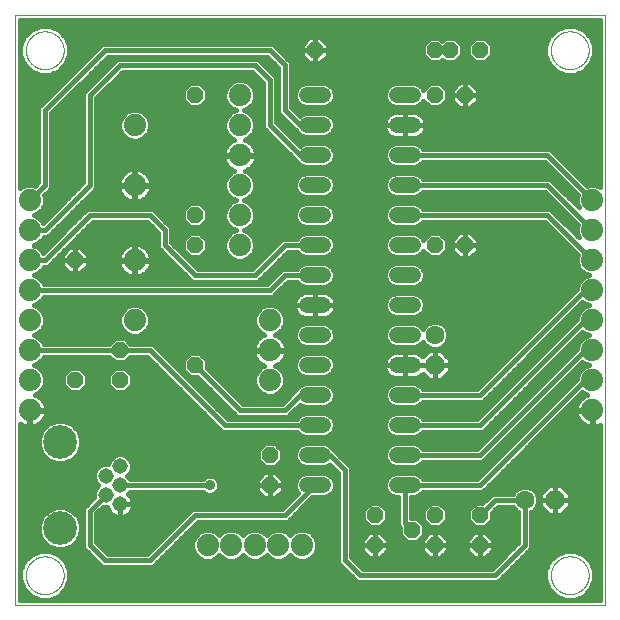
<source format=gbl>
G75*
%MOIN*%
%OFA0B0*%
%FSLAX25Y25*%
%IPPOS*%
%LPD*%
%AMOC8*
5,1,8,0,0,1.08239X$1,22.5*
%
%ADD10C,0.00000*%
%ADD11OC8,0.05200*%
%ADD12OC8,0.06300*%
%ADD13C,0.06300*%
%ADD14C,0.05200*%
%ADD15C,0.05150*%
%ADD16C,0.11220*%
%ADD17C,0.07400*%
%ADD18C,0.01600*%
%ADD19C,0.03562*%
D10*
X0001800Y0006800D02*
X0001800Y0203650D01*
X0198650Y0203650D01*
X0198650Y0006800D01*
X0001800Y0006800D01*
X0005501Y0016800D02*
X0005503Y0016958D01*
X0005509Y0017116D01*
X0005519Y0017274D01*
X0005533Y0017432D01*
X0005551Y0017589D01*
X0005572Y0017746D01*
X0005598Y0017902D01*
X0005628Y0018058D01*
X0005661Y0018213D01*
X0005699Y0018366D01*
X0005740Y0018519D01*
X0005785Y0018671D01*
X0005834Y0018822D01*
X0005887Y0018971D01*
X0005943Y0019119D01*
X0006003Y0019265D01*
X0006067Y0019410D01*
X0006135Y0019553D01*
X0006206Y0019695D01*
X0006280Y0019835D01*
X0006358Y0019972D01*
X0006440Y0020108D01*
X0006524Y0020242D01*
X0006613Y0020373D01*
X0006704Y0020502D01*
X0006799Y0020629D01*
X0006896Y0020754D01*
X0006997Y0020876D01*
X0007101Y0020995D01*
X0007208Y0021112D01*
X0007318Y0021226D01*
X0007431Y0021337D01*
X0007546Y0021446D01*
X0007664Y0021551D01*
X0007785Y0021653D01*
X0007908Y0021753D01*
X0008034Y0021849D01*
X0008162Y0021942D01*
X0008292Y0022032D01*
X0008425Y0022118D01*
X0008560Y0022202D01*
X0008696Y0022281D01*
X0008835Y0022358D01*
X0008976Y0022430D01*
X0009118Y0022500D01*
X0009262Y0022565D01*
X0009408Y0022627D01*
X0009555Y0022685D01*
X0009704Y0022740D01*
X0009854Y0022791D01*
X0010005Y0022838D01*
X0010157Y0022881D01*
X0010310Y0022920D01*
X0010465Y0022956D01*
X0010620Y0022987D01*
X0010776Y0023015D01*
X0010932Y0023039D01*
X0011089Y0023059D01*
X0011247Y0023075D01*
X0011404Y0023087D01*
X0011563Y0023095D01*
X0011721Y0023099D01*
X0011879Y0023099D01*
X0012037Y0023095D01*
X0012196Y0023087D01*
X0012353Y0023075D01*
X0012511Y0023059D01*
X0012668Y0023039D01*
X0012824Y0023015D01*
X0012980Y0022987D01*
X0013135Y0022956D01*
X0013290Y0022920D01*
X0013443Y0022881D01*
X0013595Y0022838D01*
X0013746Y0022791D01*
X0013896Y0022740D01*
X0014045Y0022685D01*
X0014192Y0022627D01*
X0014338Y0022565D01*
X0014482Y0022500D01*
X0014624Y0022430D01*
X0014765Y0022358D01*
X0014904Y0022281D01*
X0015040Y0022202D01*
X0015175Y0022118D01*
X0015308Y0022032D01*
X0015438Y0021942D01*
X0015566Y0021849D01*
X0015692Y0021753D01*
X0015815Y0021653D01*
X0015936Y0021551D01*
X0016054Y0021446D01*
X0016169Y0021337D01*
X0016282Y0021226D01*
X0016392Y0021112D01*
X0016499Y0020995D01*
X0016603Y0020876D01*
X0016704Y0020754D01*
X0016801Y0020629D01*
X0016896Y0020502D01*
X0016987Y0020373D01*
X0017076Y0020242D01*
X0017160Y0020108D01*
X0017242Y0019972D01*
X0017320Y0019835D01*
X0017394Y0019695D01*
X0017465Y0019553D01*
X0017533Y0019410D01*
X0017597Y0019265D01*
X0017657Y0019119D01*
X0017713Y0018971D01*
X0017766Y0018822D01*
X0017815Y0018671D01*
X0017860Y0018519D01*
X0017901Y0018366D01*
X0017939Y0018213D01*
X0017972Y0018058D01*
X0018002Y0017902D01*
X0018028Y0017746D01*
X0018049Y0017589D01*
X0018067Y0017432D01*
X0018081Y0017274D01*
X0018091Y0017116D01*
X0018097Y0016958D01*
X0018099Y0016800D01*
X0018097Y0016642D01*
X0018091Y0016484D01*
X0018081Y0016326D01*
X0018067Y0016168D01*
X0018049Y0016011D01*
X0018028Y0015854D01*
X0018002Y0015698D01*
X0017972Y0015542D01*
X0017939Y0015387D01*
X0017901Y0015234D01*
X0017860Y0015081D01*
X0017815Y0014929D01*
X0017766Y0014778D01*
X0017713Y0014629D01*
X0017657Y0014481D01*
X0017597Y0014335D01*
X0017533Y0014190D01*
X0017465Y0014047D01*
X0017394Y0013905D01*
X0017320Y0013765D01*
X0017242Y0013628D01*
X0017160Y0013492D01*
X0017076Y0013358D01*
X0016987Y0013227D01*
X0016896Y0013098D01*
X0016801Y0012971D01*
X0016704Y0012846D01*
X0016603Y0012724D01*
X0016499Y0012605D01*
X0016392Y0012488D01*
X0016282Y0012374D01*
X0016169Y0012263D01*
X0016054Y0012154D01*
X0015936Y0012049D01*
X0015815Y0011947D01*
X0015692Y0011847D01*
X0015566Y0011751D01*
X0015438Y0011658D01*
X0015308Y0011568D01*
X0015175Y0011482D01*
X0015040Y0011398D01*
X0014904Y0011319D01*
X0014765Y0011242D01*
X0014624Y0011170D01*
X0014482Y0011100D01*
X0014338Y0011035D01*
X0014192Y0010973D01*
X0014045Y0010915D01*
X0013896Y0010860D01*
X0013746Y0010809D01*
X0013595Y0010762D01*
X0013443Y0010719D01*
X0013290Y0010680D01*
X0013135Y0010644D01*
X0012980Y0010613D01*
X0012824Y0010585D01*
X0012668Y0010561D01*
X0012511Y0010541D01*
X0012353Y0010525D01*
X0012196Y0010513D01*
X0012037Y0010505D01*
X0011879Y0010501D01*
X0011721Y0010501D01*
X0011563Y0010505D01*
X0011404Y0010513D01*
X0011247Y0010525D01*
X0011089Y0010541D01*
X0010932Y0010561D01*
X0010776Y0010585D01*
X0010620Y0010613D01*
X0010465Y0010644D01*
X0010310Y0010680D01*
X0010157Y0010719D01*
X0010005Y0010762D01*
X0009854Y0010809D01*
X0009704Y0010860D01*
X0009555Y0010915D01*
X0009408Y0010973D01*
X0009262Y0011035D01*
X0009118Y0011100D01*
X0008976Y0011170D01*
X0008835Y0011242D01*
X0008696Y0011319D01*
X0008560Y0011398D01*
X0008425Y0011482D01*
X0008292Y0011568D01*
X0008162Y0011658D01*
X0008034Y0011751D01*
X0007908Y0011847D01*
X0007785Y0011947D01*
X0007664Y0012049D01*
X0007546Y0012154D01*
X0007431Y0012263D01*
X0007318Y0012374D01*
X0007208Y0012488D01*
X0007101Y0012605D01*
X0006997Y0012724D01*
X0006896Y0012846D01*
X0006799Y0012971D01*
X0006704Y0013098D01*
X0006613Y0013227D01*
X0006524Y0013358D01*
X0006440Y0013492D01*
X0006358Y0013628D01*
X0006280Y0013765D01*
X0006206Y0013905D01*
X0006135Y0014047D01*
X0006067Y0014190D01*
X0006003Y0014335D01*
X0005943Y0014481D01*
X0005887Y0014629D01*
X0005834Y0014778D01*
X0005785Y0014929D01*
X0005740Y0015081D01*
X0005699Y0015234D01*
X0005661Y0015387D01*
X0005628Y0015542D01*
X0005598Y0015698D01*
X0005572Y0015854D01*
X0005551Y0016011D01*
X0005533Y0016168D01*
X0005519Y0016326D01*
X0005509Y0016484D01*
X0005503Y0016642D01*
X0005501Y0016800D01*
X0005501Y0191800D02*
X0005503Y0191958D01*
X0005509Y0192116D01*
X0005519Y0192274D01*
X0005533Y0192432D01*
X0005551Y0192589D01*
X0005572Y0192746D01*
X0005598Y0192902D01*
X0005628Y0193058D01*
X0005661Y0193213D01*
X0005699Y0193366D01*
X0005740Y0193519D01*
X0005785Y0193671D01*
X0005834Y0193822D01*
X0005887Y0193971D01*
X0005943Y0194119D01*
X0006003Y0194265D01*
X0006067Y0194410D01*
X0006135Y0194553D01*
X0006206Y0194695D01*
X0006280Y0194835D01*
X0006358Y0194972D01*
X0006440Y0195108D01*
X0006524Y0195242D01*
X0006613Y0195373D01*
X0006704Y0195502D01*
X0006799Y0195629D01*
X0006896Y0195754D01*
X0006997Y0195876D01*
X0007101Y0195995D01*
X0007208Y0196112D01*
X0007318Y0196226D01*
X0007431Y0196337D01*
X0007546Y0196446D01*
X0007664Y0196551D01*
X0007785Y0196653D01*
X0007908Y0196753D01*
X0008034Y0196849D01*
X0008162Y0196942D01*
X0008292Y0197032D01*
X0008425Y0197118D01*
X0008560Y0197202D01*
X0008696Y0197281D01*
X0008835Y0197358D01*
X0008976Y0197430D01*
X0009118Y0197500D01*
X0009262Y0197565D01*
X0009408Y0197627D01*
X0009555Y0197685D01*
X0009704Y0197740D01*
X0009854Y0197791D01*
X0010005Y0197838D01*
X0010157Y0197881D01*
X0010310Y0197920D01*
X0010465Y0197956D01*
X0010620Y0197987D01*
X0010776Y0198015D01*
X0010932Y0198039D01*
X0011089Y0198059D01*
X0011247Y0198075D01*
X0011404Y0198087D01*
X0011563Y0198095D01*
X0011721Y0198099D01*
X0011879Y0198099D01*
X0012037Y0198095D01*
X0012196Y0198087D01*
X0012353Y0198075D01*
X0012511Y0198059D01*
X0012668Y0198039D01*
X0012824Y0198015D01*
X0012980Y0197987D01*
X0013135Y0197956D01*
X0013290Y0197920D01*
X0013443Y0197881D01*
X0013595Y0197838D01*
X0013746Y0197791D01*
X0013896Y0197740D01*
X0014045Y0197685D01*
X0014192Y0197627D01*
X0014338Y0197565D01*
X0014482Y0197500D01*
X0014624Y0197430D01*
X0014765Y0197358D01*
X0014904Y0197281D01*
X0015040Y0197202D01*
X0015175Y0197118D01*
X0015308Y0197032D01*
X0015438Y0196942D01*
X0015566Y0196849D01*
X0015692Y0196753D01*
X0015815Y0196653D01*
X0015936Y0196551D01*
X0016054Y0196446D01*
X0016169Y0196337D01*
X0016282Y0196226D01*
X0016392Y0196112D01*
X0016499Y0195995D01*
X0016603Y0195876D01*
X0016704Y0195754D01*
X0016801Y0195629D01*
X0016896Y0195502D01*
X0016987Y0195373D01*
X0017076Y0195242D01*
X0017160Y0195108D01*
X0017242Y0194972D01*
X0017320Y0194835D01*
X0017394Y0194695D01*
X0017465Y0194553D01*
X0017533Y0194410D01*
X0017597Y0194265D01*
X0017657Y0194119D01*
X0017713Y0193971D01*
X0017766Y0193822D01*
X0017815Y0193671D01*
X0017860Y0193519D01*
X0017901Y0193366D01*
X0017939Y0193213D01*
X0017972Y0193058D01*
X0018002Y0192902D01*
X0018028Y0192746D01*
X0018049Y0192589D01*
X0018067Y0192432D01*
X0018081Y0192274D01*
X0018091Y0192116D01*
X0018097Y0191958D01*
X0018099Y0191800D01*
X0018097Y0191642D01*
X0018091Y0191484D01*
X0018081Y0191326D01*
X0018067Y0191168D01*
X0018049Y0191011D01*
X0018028Y0190854D01*
X0018002Y0190698D01*
X0017972Y0190542D01*
X0017939Y0190387D01*
X0017901Y0190234D01*
X0017860Y0190081D01*
X0017815Y0189929D01*
X0017766Y0189778D01*
X0017713Y0189629D01*
X0017657Y0189481D01*
X0017597Y0189335D01*
X0017533Y0189190D01*
X0017465Y0189047D01*
X0017394Y0188905D01*
X0017320Y0188765D01*
X0017242Y0188628D01*
X0017160Y0188492D01*
X0017076Y0188358D01*
X0016987Y0188227D01*
X0016896Y0188098D01*
X0016801Y0187971D01*
X0016704Y0187846D01*
X0016603Y0187724D01*
X0016499Y0187605D01*
X0016392Y0187488D01*
X0016282Y0187374D01*
X0016169Y0187263D01*
X0016054Y0187154D01*
X0015936Y0187049D01*
X0015815Y0186947D01*
X0015692Y0186847D01*
X0015566Y0186751D01*
X0015438Y0186658D01*
X0015308Y0186568D01*
X0015175Y0186482D01*
X0015040Y0186398D01*
X0014904Y0186319D01*
X0014765Y0186242D01*
X0014624Y0186170D01*
X0014482Y0186100D01*
X0014338Y0186035D01*
X0014192Y0185973D01*
X0014045Y0185915D01*
X0013896Y0185860D01*
X0013746Y0185809D01*
X0013595Y0185762D01*
X0013443Y0185719D01*
X0013290Y0185680D01*
X0013135Y0185644D01*
X0012980Y0185613D01*
X0012824Y0185585D01*
X0012668Y0185561D01*
X0012511Y0185541D01*
X0012353Y0185525D01*
X0012196Y0185513D01*
X0012037Y0185505D01*
X0011879Y0185501D01*
X0011721Y0185501D01*
X0011563Y0185505D01*
X0011404Y0185513D01*
X0011247Y0185525D01*
X0011089Y0185541D01*
X0010932Y0185561D01*
X0010776Y0185585D01*
X0010620Y0185613D01*
X0010465Y0185644D01*
X0010310Y0185680D01*
X0010157Y0185719D01*
X0010005Y0185762D01*
X0009854Y0185809D01*
X0009704Y0185860D01*
X0009555Y0185915D01*
X0009408Y0185973D01*
X0009262Y0186035D01*
X0009118Y0186100D01*
X0008976Y0186170D01*
X0008835Y0186242D01*
X0008696Y0186319D01*
X0008560Y0186398D01*
X0008425Y0186482D01*
X0008292Y0186568D01*
X0008162Y0186658D01*
X0008034Y0186751D01*
X0007908Y0186847D01*
X0007785Y0186947D01*
X0007664Y0187049D01*
X0007546Y0187154D01*
X0007431Y0187263D01*
X0007318Y0187374D01*
X0007208Y0187488D01*
X0007101Y0187605D01*
X0006997Y0187724D01*
X0006896Y0187846D01*
X0006799Y0187971D01*
X0006704Y0188098D01*
X0006613Y0188227D01*
X0006524Y0188358D01*
X0006440Y0188492D01*
X0006358Y0188628D01*
X0006280Y0188765D01*
X0006206Y0188905D01*
X0006135Y0189047D01*
X0006067Y0189190D01*
X0006003Y0189335D01*
X0005943Y0189481D01*
X0005887Y0189629D01*
X0005834Y0189778D01*
X0005785Y0189929D01*
X0005740Y0190081D01*
X0005699Y0190234D01*
X0005661Y0190387D01*
X0005628Y0190542D01*
X0005598Y0190698D01*
X0005572Y0190854D01*
X0005551Y0191011D01*
X0005533Y0191168D01*
X0005519Y0191326D01*
X0005509Y0191484D01*
X0005503Y0191642D01*
X0005501Y0191800D01*
X0180501Y0191800D02*
X0180503Y0191958D01*
X0180509Y0192116D01*
X0180519Y0192274D01*
X0180533Y0192432D01*
X0180551Y0192589D01*
X0180572Y0192746D01*
X0180598Y0192902D01*
X0180628Y0193058D01*
X0180661Y0193213D01*
X0180699Y0193366D01*
X0180740Y0193519D01*
X0180785Y0193671D01*
X0180834Y0193822D01*
X0180887Y0193971D01*
X0180943Y0194119D01*
X0181003Y0194265D01*
X0181067Y0194410D01*
X0181135Y0194553D01*
X0181206Y0194695D01*
X0181280Y0194835D01*
X0181358Y0194972D01*
X0181440Y0195108D01*
X0181524Y0195242D01*
X0181613Y0195373D01*
X0181704Y0195502D01*
X0181799Y0195629D01*
X0181896Y0195754D01*
X0181997Y0195876D01*
X0182101Y0195995D01*
X0182208Y0196112D01*
X0182318Y0196226D01*
X0182431Y0196337D01*
X0182546Y0196446D01*
X0182664Y0196551D01*
X0182785Y0196653D01*
X0182908Y0196753D01*
X0183034Y0196849D01*
X0183162Y0196942D01*
X0183292Y0197032D01*
X0183425Y0197118D01*
X0183560Y0197202D01*
X0183696Y0197281D01*
X0183835Y0197358D01*
X0183976Y0197430D01*
X0184118Y0197500D01*
X0184262Y0197565D01*
X0184408Y0197627D01*
X0184555Y0197685D01*
X0184704Y0197740D01*
X0184854Y0197791D01*
X0185005Y0197838D01*
X0185157Y0197881D01*
X0185310Y0197920D01*
X0185465Y0197956D01*
X0185620Y0197987D01*
X0185776Y0198015D01*
X0185932Y0198039D01*
X0186089Y0198059D01*
X0186247Y0198075D01*
X0186404Y0198087D01*
X0186563Y0198095D01*
X0186721Y0198099D01*
X0186879Y0198099D01*
X0187037Y0198095D01*
X0187196Y0198087D01*
X0187353Y0198075D01*
X0187511Y0198059D01*
X0187668Y0198039D01*
X0187824Y0198015D01*
X0187980Y0197987D01*
X0188135Y0197956D01*
X0188290Y0197920D01*
X0188443Y0197881D01*
X0188595Y0197838D01*
X0188746Y0197791D01*
X0188896Y0197740D01*
X0189045Y0197685D01*
X0189192Y0197627D01*
X0189338Y0197565D01*
X0189482Y0197500D01*
X0189624Y0197430D01*
X0189765Y0197358D01*
X0189904Y0197281D01*
X0190040Y0197202D01*
X0190175Y0197118D01*
X0190308Y0197032D01*
X0190438Y0196942D01*
X0190566Y0196849D01*
X0190692Y0196753D01*
X0190815Y0196653D01*
X0190936Y0196551D01*
X0191054Y0196446D01*
X0191169Y0196337D01*
X0191282Y0196226D01*
X0191392Y0196112D01*
X0191499Y0195995D01*
X0191603Y0195876D01*
X0191704Y0195754D01*
X0191801Y0195629D01*
X0191896Y0195502D01*
X0191987Y0195373D01*
X0192076Y0195242D01*
X0192160Y0195108D01*
X0192242Y0194972D01*
X0192320Y0194835D01*
X0192394Y0194695D01*
X0192465Y0194553D01*
X0192533Y0194410D01*
X0192597Y0194265D01*
X0192657Y0194119D01*
X0192713Y0193971D01*
X0192766Y0193822D01*
X0192815Y0193671D01*
X0192860Y0193519D01*
X0192901Y0193366D01*
X0192939Y0193213D01*
X0192972Y0193058D01*
X0193002Y0192902D01*
X0193028Y0192746D01*
X0193049Y0192589D01*
X0193067Y0192432D01*
X0193081Y0192274D01*
X0193091Y0192116D01*
X0193097Y0191958D01*
X0193099Y0191800D01*
X0193097Y0191642D01*
X0193091Y0191484D01*
X0193081Y0191326D01*
X0193067Y0191168D01*
X0193049Y0191011D01*
X0193028Y0190854D01*
X0193002Y0190698D01*
X0192972Y0190542D01*
X0192939Y0190387D01*
X0192901Y0190234D01*
X0192860Y0190081D01*
X0192815Y0189929D01*
X0192766Y0189778D01*
X0192713Y0189629D01*
X0192657Y0189481D01*
X0192597Y0189335D01*
X0192533Y0189190D01*
X0192465Y0189047D01*
X0192394Y0188905D01*
X0192320Y0188765D01*
X0192242Y0188628D01*
X0192160Y0188492D01*
X0192076Y0188358D01*
X0191987Y0188227D01*
X0191896Y0188098D01*
X0191801Y0187971D01*
X0191704Y0187846D01*
X0191603Y0187724D01*
X0191499Y0187605D01*
X0191392Y0187488D01*
X0191282Y0187374D01*
X0191169Y0187263D01*
X0191054Y0187154D01*
X0190936Y0187049D01*
X0190815Y0186947D01*
X0190692Y0186847D01*
X0190566Y0186751D01*
X0190438Y0186658D01*
X0190308Y0186568D01*
X0190175Y0186482D01*
X0190040Y0186398D01*
X0189904Y0186319D01*
X0189765Y0186242D01*
X0189624Y0186170D01*
X0189482Y0186100D01*
X0189338Y0186035D01*
X0189192Y0185973D01*
X0189045Y0185915D01*
X0188896Y0185860D01*
X0188746Y0185809D01*
X0188595Y0185762D01*
X0188443Y0185719D01*
X0188290Y0185680D01*
X0188135Y0185644D01*
X0187980Y0185613D01*
X0187824Y0185585D01*
X0187668Y0185561D01*
X0187511Y0185541D01*
X0187353Y0185525D01*
X0187196Y0185513D01*
X0187037Y0185505D01*
X0186879Y0185501D01*
X0186721Y0185501D01*
X0186563Y0185505D01*
X0186404Y0185513D01*
X0186247Y0185525D01*
X0186089Y0185541D01*
X0185932Y0185561D01*
X0185776Y0185585D01*
X0185620Y0185613D01*
X0185465Y0185644D01*
X0185310Y0185680D01*
X0185157Y0185719D01*
X0185005Y0185762D01*
X0184854Y0185809D01*
X0184704Y0185860D01*
X0184555Y0185915D01*
X0184408Y0185973D01*
X0184262Y0186035D01*
X0184118Y0186100D01*
X0183976Y0186170D01*
X0183835Y0186242D01*
X0183696Y0186319D01*
X0183560Y0186398D01*
X0183425Y0186482D01*
X0183292Y0186568D01*
X0183162Y0186658D01*
X0183034Y0186751D01*
X0182908Y0186847D01*
X0182785Y0186947D01*
X0182664Y0187049D01*
X0182546Y0187154D01*
X0182431Y0187263D01*
X0182318Y0187374D01*
X0182208Y0187488D01*
X0182101Y0187605D01*
X0181997Y0187724D01*
X0181896Y0187846D01*
X0181799Y0187971D01*
X0181704Y0188098D01*
X0181613Y0188227D01*
X0181524Y0188358D01*
X0181440Y0188492D01*
X0181358Y0188628D01*
X0181280Y0188765D01*
X0181206Y0188905D01*
X0181135Y0189047D01*
X0181067Y0189190D01*
X0181003Y0189335D01*
X0180943Y0189481D01*
X0180887Y0189629D01*
X0180834Y0189778D01*
X0180785Y0189929D01*
X0180740Y0190081D01*
X0180699Y0190234D01*
X0180661Y0190387D01*
X0180628Y0190542D01*
X0180598Y0190698D01*
X0180572Y0190854D01*
X0180551Y0191011D01*
X0180533Y0191168D01*
X0180519Y0191326D01*
X0180509Y0191484D01*
X0180503Y0191642D01*
X0180501Y0191800D01*
X0180501Y0016800D02*
X0180503Y0016958D01*
X0180509Y0017116D01*
X0180519Y0017274D01*
X0180533Y0017432D01*
X0180551Y0017589D01*
X0180572Y0017746D01*
X0180598Y0017902D01*
X0180628Y0018058D01*
X0180661Y0018213D01*
X0180699Y0018366D01*
X0180740Y0018519D01*
X0180785Y0018671D01*
X0180834Y0018822D01*
X0180887Y0018971D01*
X0180943Y0019119D01*
X0181003Y0019265D01*
X0181067Y0019410D01*
X0181135Y0019553D01*
X0181206Y0019695D01*
X0181280Y0019835D01*
X0181358Y0019972D01*
X0181440Y0020108D01*
X0181524Y0020242D01*
X0181613Y0020373D01*
X0181704Y0020502D01*
X0181799Y0020629D01*
X0181896Y0020754D01*
X0181997Y0020876D01*
X0182101Y0020995D01*
X0182208Y0021112D01*
X0182318Y0021226D01*
X0182431Y0021337D01*
X0182546Y0021446D01*
X0182664Y0021551D01*
X0182785Y0021653D01*
X0182908Y0021753D01*
X0183034Y0021849D01*
X0183162Y0021942D01*
X0183292Y0022032D01*
X0183425Y0022118D01*
X0183560Y0022202D01*
X0183696Y0022281D01*
X0183835Y0022358D01*
X0183976Y0022430D01*
X0184118Y0022500D01*
X0184262Y0022565D01*
X0184408Y0022627D01*
X0184555Y0022685D01*
X0184704Y0022740D01*
X0184854Y0022791D01*
X0185005Y0022838D01*
X0185157Y0022881D01*
X0185310Y0022920D01*
X0185465Y0022956D01*
X0185620Y0022987D01*
X0185776Y0023015D01*
X0185932Y0023039D01*
X0186089Y0023059D01*
X0186247Y0023075D01*
X0186404Y0023087D01*
X0186563Y0023095D01*
X0186721Y0023099D01*
X0186879Y0023099D01*
X0187037Y0023095D01*
X0187196Y0023087D01*
X0187353Y0023075D01*
X0187511Y0023059D01*
X0187668Y0023039D01*
X0187824Y0023015D01*
X0187980Y0022987D01*
X0188135Y0022956D01*
X0188290Y0022920D01*
X0188443Y0022881D01*
X0188595Y0022838D01*
X0188746Y0022791D01*
X0188896Y0022740D01*
X0189045Y0022685D01*
X0189192Y0022627D01*
X0189338Y0022565D01*
X0189482Y0022500D01*
X0189624Y0022430D01*
X0189765Y0022358D01*
X0189904Y0022281D01*
X0190040Y0022202D01*
X0190175Y0022118D01*
X0190308Y0022032D01*
X0190438Y0021942D01*
X0190566Y0021849D01*
X0190692Y0021753D01*
X0190815Y0021653D01*
X0190936Y0021551D01*
X0191054Y0021446D01*
X0191169Y0021337D01*
X0191282Y0021226D01*
X0191392Y0021112D01*
X0191499Y0020995D01*
X0191603Y0020876D01*
X0191704Y0020754D01*
X0191801Y0020629D01*
X0191896Y0020502D01*
X0191987Y0020373D01*
X0192076Y0020242D01*
X0192160Y0020108D01*
X0192242Y0019972D01*
X0192320Y0019835D01*
X0192394Y0019695D01*
X0192465Y0019553D01*
X0192533Y0019410D01*
X0192597Y0019265D01*
X0192657Y0019119D01*
X0192713Y0018971D01*
X0192766Y0018822D01*
X0192815Y0018671D01*
X0192860Y0018519D01*
X0192901Y0018366D01*
X0192939Y0018213D01*
X0192972Y0018058D01*
X0193002Y0017902D01*
X0193028Y0017746D01*
X0193049Y0017589D01*
X0193067Y0017432D01*
X0193081Y0017274D01*
X0193091Y0017116D01*
X0193097Y0016958D01*
X0193099Y0016800D01*
X0193097Y0016642D01*
X0193091Y0016484D01*
X0193081Y0016326D01*
X0193067Y0016168D01*
X0193049Y0016011D01*
X0193028Y0015854D01*
X0193002Y0015698D01*
X0192972Y0015542D01*
X0192939Y0015387D01*
X0192901Y0015234D01*
X0192860Y0015081D01*
X0192815Y0014929D01*
X0192766Y0014778D01*
X0192713Y0014629D01*
X0192657Y0014481D01*
X0192597Y0014335D01*
X0192533Y0014190D01*
X0192465Y0014047D01*
X0192394Y0013905D01*
X0192320Y0013765D01*
X0192242Y0013628D01*
X0192160Y0013492D01*
X0192076Y0013358D01*
X0191987Y0013227D01*
X0191896Y0013098D01*
X0191801Y0012971D01*
X0191704Y0012846D01*
X0191603Y0012724D01*
X0191499Y0012605D01*
X0191392Y0012488D01*
X0191282Y0012374D01*
X0191169Y0012263D01*
X0191054Y0012154D01*
X0190936Y0012049D01*
X0190815Y0011947D01*
X0190692Y0011847D01*
X0190566Y0011751D01*
X0190438Y0011658D01*
X0190308Y0011568D01*
X0190175Y0011482D01*
X0190040Y0011398D01*
X0189904Y0011319D01*
X0189765Y0011242D01*
X0189624Y0011170D01*
X0189482Y0011100D01*
X0189338Y0011035D01*
X0189192Y0010973D01*
X0189045Y0010915D01*
X0188896Y0010860D01*
X0188746Y0010809D01*
X0188595Y0010762D01*
X0188443Y0010719D01*
X0188290Y0010680D01*
X0188135Y0010644D01*
X0187980Y0010613D01*
X0187824Y0010585D01*
X0187668Y0010561D01*
X0187511Y0010541D01*
X0187353Y0010525D01*
X0187196Y0010513D01*
X0187037Y0010505D01*
X0186879Y0010501D01*
X0186721Y0010501D01*
X0186563Y0010505D01*
X0186404Y0010513D01*
X0186247Y0010525D01*
X0186089Y0010541D01*
X0185932Y0010561D01*
X0185776Y0010585D01*
X0185620Y0010613D01*
X0185465Y0010644D01*
X0185310Y0010680D01*
X0185157Y0010719D01*
X0185005Y0010762D01*
X0184854Y0010809D01*
X0184704Y0010860D01*
X0184555Y0010915D01*
X0184408Y0010973D01*
X0184262Y0011035D01*
X0184118Y0011100D01*
X0183976Y0011170D01*
X0183835Y0011242D01*
X0183696Y0011319D01*
X0183560Y0011398D01*
X0183425Y0011482D01*
X0183292Y0011568D01*
X0183162Y0011658D01*
X0183034Y0011751D01*
X0182908Y0011847D01*
X0182785Y0011947D01*
X0182664Y0012049D01*
X0182546Y0012154D01*
X0182431Y0012263D01*
X0182318Y0012374D01*
X0182208Y0012488D01*
X0182101Y0012605D01*
X0181997Y0012724D01*
X0181896Y0012846D01*
X0181799Y0012971D01*
X0181704Y0013098D01*
X0181613Y0013227D01*
X0181524Y0013358D01*
X0181440Y0013492D01*
X0181358Y0013628D01*
X0181280Y0013765D01*
X0181206Y0013905D01*
X0181135Y0014047D01*
X0181067Y0014190D01*
X0181003Y0014335D01*
X0180943Y0014481D01*
X0180887Y0014629D01*
X0180834Y0014778D01*
X0180785Y0014929D01*
X0180740Y0015081D01*
X0180699Y0015234D01*
X0180661Y0015387D01*
X0180628Y0015542D01*
X0180598Y0015698D01*
X0180572Y0015854D01*
X0180551Y0016011D01*
X0180533Y0016168D01*
X0180519Y0016326D01*
X0180509Y0016484D01*
X0180503Y0016642D01*
X0180501Y0016800D01*
D11*
X0156800Y0026800D03*
X0156800Y0036800D03*
X0141800Y0036800D03*
X0134300Y0031800D03*
X0141800Y0026800D03*
X0121800Y0026800D03*
X0121800Y0036800D03*
X0086800Y0046800D03*
X0086800Y0056800D03*
X0061800Y0086800D03*
X0036800Y0081800D03*
X0036800Y0091800D03*
X0021800Y0081800D03*
X0021800Y0121800D03*
X0061800Y0126800D03*
X0061800Y0136800D03*
X0061800Y0176800D03*
X0101800Y0191800D03*
X0141800Y0191800D03*
X0146800Y0191800D03*
X0156800Y0191800D03*
X0151800Y0176800D03*
X0141800Y0176800D03*
X0141800Y0126800D03*
X0151800Y0126800D03*
D12*
X0141800Y0086800D03*
X0181800Y0041800D03*
D13*
X0171800Y0041800D03*
X0141800Y0096800D03*
D14*
X0134400Y0096800D02*
X0129200Y0096800D01*
X0129200Y0086800D02*
X0134400Y0086800D01*
X0134400Y0076800D02*
X0129200Y0076800D01*
X0129200Y0066800D02*
X0134400Y0066800D01*
X0134400Y0056800D02*
X0129200Y0056800D01*
X0129200Y0046800D02*
X0134400Y0046800D01*
X0104400Y0046800D02*
X0099200Y0046800D01*
X0099200Y0056800D02*
X0104400Y0056800D01*
X0104400Y0066800D02*
X0099200Y0066800D01*
X0099200Y0076800D02*
X0104400Y0076800D01*
X0104400Y0086800D02*
X0099200Y0086800D01*
X0099200Y0096800D02*
X0104400Y0096800D01*
X0104400Y0106800D02*
X0099200Y0106800D01*
X0099200Y0116800D02*
X0104400Y0116800D01*
X0104400Y0126800D02*
X0099200Y0126800D01*
X0099200Y0136800D02*
X0104400Y0136800D01*
X0104400Y0146800D02*
X0099200Y0146800D01*
X0099200Y0156800D02*
X0104400Y0156800D01*
X0104400Y0166800D02*
X0099200Y0166800D01*
X0099200Y0176800D02*
X0104400Y0176800D01*
X0129200Y0176800D02*
X0134400Y0176800D01*
X0134400Y0166800D02*
X0129200Y0166800D01*
X0129200Y0156800D02*
X0134400Y0156800D01*
X0134400Y0146800D02*
X0129200Y0146800D01*
X0129200Y0136800D02*
X0134400Y0136800D01*
X0134400Y0126800D02*
X0129200Y0126800D01*
X0129200Y0116800D02*
X0134400Y0116800D01*
X0134400Y0106800D02*
X0129200Y0106800D01*
D15*
X0036879Y0053099D03*
X0032154Y0049950D03*
X0036879Y0046800D03*
X0032154Y0043650D03*
X0036879Y0040501D03*
D16*
X0016800Y0032430D03*
X0016800Y0061170D03*
D17*
X0006800Y0071800D03*
X0006800Y0081800D03*
X0006800Y0091800D03*
X0006800Y0101800D03*
X0006800Y0111800D03*
X0006800Y0121800D03*
X0006800Y0131800D03*
X0006800Y0141800D03*
X0041800Y0146800D03*
X0041800Y0166800D03*
X0076800Y0166800D03*
X0076800Y0156800D03*
X0076800Y0146800D03*
X0076800Y0136800D03*
X0076800Y0126800D03*
X0086800Y0101800D03*
X0086800Y0091800D03*
X0086800Y0081800D03*
X0041800Y0101800D03*
X0041800Y0121800D03*
X0076800Y0176800D03*
X0194300Y0141800D03*
X0194300Y0131800D03*
X0194300Y0121800D03*
X0194300Y0111800D03*
X0194300Y0101800D03*
X0194300Y0091800D03*
X0194300Y0081800D03*
X0194300Y0071800D03*
X0097548Y0026800D03*
X0089674Y0026800D03*
X0081800Y0026800D03*
X0073926Y0026800D03*
X0066052Y0026800D03*
D18*
X0061517Y0029179D02*
X0057290Y0029179D01*
X0055692Y0027581D02*
X0060952Y0027581D01*
X0060952Y0027814D02*
X0060952Y0025786D01*
X0061728Y0023911D01*
X0063163Y0022476D01*
X0065037Y0021700D01*
X0067066Y0021700D01*
X0068941Y0022476D01*
X0069989Y0023525D01*
X0071037Y0022476D01*
X0072912Y0021700D01*
X0074940Y0021700D01*
X0076815Y0022476D01*
X0077863Y0023525D01*
X0078911Y0022476D01*
X0080786Y0021700D01*
X0082814Y0021700D01*
X0084689Y0022476D01*
X0085737Y0023525D01*
X0086785Y0022476D01*
X0088660Y0021700D01*
X0090688Y0021700D01*
X0092563Y0022476D01*
X0093611Y0023525D01*
X0094659Y0022476D01*
X0096534Y0021700D01*
X0098562Y0021700D01*
X0100437Y0022476D01*
X0101872Y0023911D01*
X0102648Y0025786D01*
X0102648Y0027814D01*
X0101872Y0029689D01*
X0100437Y0031124D01*
X0098562Y0031900D01*
X0096534Y0031900D01*
X0094659Y0031124D01*
X0093611Y0030075D01*
X0092563Y0031124D01*
X0090688Y0031900D01*
X0088660Y0031900D01*
X0086785Y0031124D01*
X0085737Y0030075D01*
X0084689Y0031124D01*
X0082814Y0031900D01*
X0080786Y0031900D01*
X0078911Y0031124D01*
X0077863Y0030075D01*
X0076815Y0031124D01*
X0074940Y0031900D01*
X0072912Y0031900D01*
X0071037Y0031124D01*
X0069989Y0030075D01*
X0068941Y0031124D01*
X0067066Y0031900D01*
X0065037Y0031900D01*
X0063163Y0031124D01*
X0061728Y0029689D01*
X0060952Y0027814D01*
X0060952Y0025982D02*
X0054093Y0025982D01*
X0052495Y0024384D02*
X0061533Y0024384D01*
X0062854Y0022785D02*
X0050896Y0022785D01*
X0049298Y0021187D02*
X0109600Y0021187D01*
X0109600Y0020889D02*
X0114600Y0015889D01*
X0115889Y0014600D01*
X0162711Y0014600D01*
X0172711Y0024600D01*
X0174000Y0025889D01*
X0174000Y0037786D01*
X0174377Y0037943D01*
X0175657Y0039223D01*
X0176350Y0040895D01*
X0176350Y0042705D01*
X0175657Y0044377D01*
X0174377Y0045657D01*
X0172705Y0046350D01*
X0170895Y0046350D01*
X0169223Y0045657D01*
X0167943Y0044377D01*
X0167786Y0044000D01*
X0160889Y0044000D01*
X0157689Y0040800D01*
X0155143Y0040800D01*
X0152800Y0038457D01*
X0152800Y0035143D01*
X0155143Y0032800D01*
X0158457Y0032800D01*
X0160800Y0035143D01*
X0160800Y0037689D01*
X0162711Y0039600D01*
X0167786Y0039600D01*
X0167943Y0039223D01*
X0169223Y0037943D01*
X0169600Y0037786D01*
X0169600Y0027711D01*
X0160889Y0019000D01*
X0117711Y0019000D01*
X0114000Y0022711D01*
X0114000Y0052711D01*
X0112711Y0054000D01*
X0107894Y0058817D01*
X0107791Y0059066D01*
X0106666Y0060191D01*
X0105196Y0060800D01*
X0098404Y0060800D01*
X0096934Y0060191D01*
X0095809Y0059066D01*
X0095200Y0057596D01*
X0095200Y0056004D01*
X0095809Y0054534D01*
X0096934Y0053409D01*
X0098404Y0052800D01*
X0105196Y0052800D01*
X0106666Y0053409D01*
X0106873Y0053616D01*
X0109600Y0050889D01*
X0109600Y0020889D01*
X0110901Y0019588D02*
X0019412Y0019588D01*
X0019899Y0018411D02*
X0018666Y0021388D01*
X0016388Y0023666D01*
X0013411Y0024899D01*
X0010189Y0024899D01*
X0007212Y0023666D01*
X0004934Y0021388D01*
X0003701Y0018411D01*
X0003701Y0015189D01*
X0004934Y0012212D01*
X0007212Y0009934D01*
X0010189Y0008701D01*
X0013411Y0008701D01*
X0016388Y0009934D01*
X0018666Y0012212D01*
X0019899Y0015189D01*
X0019899Y0018411D01*
X0019899Y0017990D02*
X0112499Y0017990D01*
X0114098Y0016391D02*
X0019899Y0016391D01*
X0019735Y0014793D02*
X0115696Y0014793D01*
X0116800Y0016800D02*
X0161800Y0016800D01*
X0171800Y0026800D01*
X0171800Y0041800D01*
X0161800Y0041800D01*
X0156800Y0036800D01*
X0159632Y0033975D02*
X0169600Y0033975D01*
X0169600Y0035573D02*
X0160800Y0035573D01*
X0160800Y0037172D02*
X0169600Y0037172D01*
X0168395Y0038770D02*
X0161881Y0038770D01*
X0158856Y0041967D02*
X0134000Y0041967D01*
X0134000Y0042800D02*
X0135196Y0042800D01*
X0136666Y0043409D01*
X0137791Y0044534D01*
X0137818Y0044600D01*
X0157711Y0044600D01*
X0190999Y0077888D01*
X0191411Y0077476D01*
X0192537Y0077010D01*
X0192189Y0076897D01*
X0191417Y0076504D01*
X0190717Y0075995D01*
X0190105Y0075383D01*
X0189596Y0074683D01*
X0189203Y0073911D01*
X0188935Y0073088D01*
X0188800Y0072233D01*
X0188800Y0072000D01*
X0194100Y0072000D01*
X0194100Y0071600D01*
X0194500Y0071600D01*
X0194500Y0066300D01*
X0194733Y0066300D01*
X0195588Y0066435D01*
X0196411Y0066703D01*
X0196850Y0066927D01*
X0196850Y0008600D01*
X0003600Y0008600D01*
X0003600Y0067327D01*
X0003917Y0067096D01*
X0004689Y0066703D01*
X0005512Y0066435D01*
X0006367Y0066300D01*
X0006600Y0066300D01*
X0006600Y0071600D01*
X0007000Y0071600D01*
X0007000Y0072000D01*
X0012300Y0072000D01*
X0012300Y0072233D01*
X0012165Y0073088D01*
X0011897Y0073911D01*
X0011504Y0074683D01*
X0010995Y0075383D01*
X0010383Y0075995D01*
X0009683Y0076504D01*
X0008911Y0076897D01*
X0008563Y0077010D01*
X0009689Y0077476D01*
X0011124Y0078911D01*
X0011900Y0080786D01*
X0011900Y0082814D01*
X0011124Y0084689D01*
X0009689Y0086124D01*
X0008056Y0086800D01*
X0009689Y0087476D01*
X0011124Y0088911D01*
X0011409Y0089600D01*
X0033343Y0089600D01*
X0035143Y0087800D01*
X0038457Y0087800D01*
X0040257Y0089600D01*
X0045889Y0089600D01*
X0070889Y0064600D01*
X0095782Y0064600D01*
X0095809Y0064534D01*
X0096934Y0063409D01*
X0098404Y0062800D01*
X0105196Y0062800D01*
X0106666Y0063409D01*
X0107791Y0064534D01*
X0108400Y0066004D01*
X0108400Y0067596D01*
X0107791Y0069066D01*
X0106666Y0070191D01*
X0105196Y0070800D01*
X0098404Y0070800D01*
X0096934Y0070191D01*
X0095809Y0069066D01*
X0095782Y0069000D01*
X0072711Y0069000D01*
X0047711Y0094000D01*
X0040257Y0094000D01*
X0038457Y0095800D01*
X0035143Y0095800D01*
X0033343Y0094000D01*
X0011409Y0094000D01*
X0011124Y0094689D01*
X0009689Y0096124D01*
X0008056Y0096800D01*
X0009689Y0097476D01*
X0011124Y0098911D01*
X0011900Y0100786D01*
X0011900Y0102814D01*
X0011124Y0104689D01*
X0009689Y0106124D01*
X0008056Y0106800D01*
X0009689Y0107476D01*
X0011124Y0108911D01*
X0011409Y0109600D01*
X0087711Y0109600D01*
X0089000Y0110889D01*
X0092711Y0114600D01*
X0095782Y0114600D01*
X0095809Y0114534D01*
X0096934Y0113409D01*
X0098404Y0112800D01*
X0105196Y0112800D01*
X0106666Y0113409D01*
X0107791Y0114534D01*
X0108400Y0116004D01*
X0108400Y0117596D01*
X0107791Y0119066D01*
X0106666Y0120191D01*
X0105196Y0120800D01*
X0098404Y0120800D01*
X0096934Y0120191D01*
X0095809Y0119066D01*
X0095782Y0119000D01*
X0090889Y0119000D01*
X0085889Y0114000D01*
X0011409Y0114000D01*
X0011124Y0114689D01*
X0009689Y0116124D01*
X0008056Y0116800D01*
X0009689Y0117476D01*
X0011124Y0118911D01*
X0011409Y0119600D01*
X0012711Y0119600D01*
X0027711Y0134600D01*
X0045889Y0134600D01*
X0049600Y0130889D01*
X0049600Y0125889D01*
X0050889Y0124600D01*
X0060889Y0114600D01*
X0082711Y0114600D01*
X0092711Y0124600D01*
X0095782Y0124600D01*
X0095809Y0124534D01*
X0096934Y0123409D01*
X0098404Y0122800D01*
X0105196Y0122800D01*
X0106666Y0123409D01*
X0107791Y0124534D01*
X0108400Y0126004D01*
X0108400Y0127596D01*
X0107791Y0129066D01*
X0106666Y0130191D01*
X0105196Y0130800D01*
X0098404Y0130800D01*
X0096934Y0130191D01*
X0095809Y0129066D01*
X0095782Y0129000D01*
X0090889Y0129000D01*
X0080889Y0119000D01*
X0062711Y0119000D01*
X0054000Y0127711D01*
X0054000Y0132711D01*
X0052711Y0134000D01*
X0049000Y0137711D01*
X0047711Y0139000D01*
X0025889Y0139000D01*
X0024600Y0137711D01*
X0011257Y0124368D01*
X0011124Y0124689D01*
X0009689Y0126124D01*
X0008056Y0126800D01*
X0009689Y0127476D01*
X0011124Y0128911D01*
X0011409Y0129600D01*
X0012711Y0129600D01*
X0027711Y0144600D01*
X0029000Y0145889D01*
X0029000Y0175889D01*
X0037711Y0184600D01*
X0080889Y0184600D01*
X0084600Y0180889D01*
X0084600Y0165889D01*
X0085889Y0164600D01*
X0094600Y0155889D01*
X0094600Y0155889D01*
X0095706Y0154783D01*
X0095809Y0154534D01*
X0096934Y0153409D01*
X0098404Y0152800D01*
X0105196Y0152800D01*
X0106666Y0153409D01*
X0107791Y0154534D01*
X0108400Y0156004D01*
X0108400Y0157596D01*
X0107791Y0159066D01*
X0106666Y0160191D01*
X0105196Y0160800D01*
X0098404Y0160800D01*
X0096934Y0160191D01*
X0096727Y0159984D01*
X0089000Y0167711D01*
X0089000Y0182711D01*
X0084000Y0187711D01*
X0082711Y0189000D01*
X0035889Y0189000D01*
X0025889Y0179000D01*
X0025889Y0179000D01*
X0024600Y0177711D01*
X0024600Y0147711D01*
X0011257Y0134368D01*
X0011124Y0134689D01*
X0009689Y0136124D01*
X0008056Y0136800D01*
X0009689Y0137476D01*
X0011124Y0138911D01*
X0011900Y0140786D01*
X0011900Y0142814D01*
X0011615Y0143503D01*
X0012711Y0144600D01*
X0014000Y0145889D01*
X0014000Y0170889D01*
X0032711Y0189600D01*
X0085889Y0189600D01*
X0089600Y0185889D01*
X0089600Y0170889D01*
X0090889Y0169600D01*
X0094600Y0165889D01*
X0095706Y0164783D01*
X0095809Y0164534D01*
X0096934Y0163409D01*
X0098404Y0162800D01*
X0105196Y0162800D01*
X0106666Y0163409D01*
X0107791Y0164534D01*
X0108400Y0166004D01*
X0108400Y0167596D01*
X0107791Y0169066D01*
X0106666Y0170191D01*
X0105196Y0170800D01*
X0098404Y0170800D01*
X0096934Y0170191D01*
X0096727Y0169984D01*
X0094000Y0172711D01*
X0094000Y0187711D01*
X0089000Y0192711D01*
X0087711Y0194000D01*
X0030889Y0194000D01*
X0010889Y0174000D01*
X0009600Y0172711D01*
X0009600Y0147711D01*
X0008503Y0146615D01*
X0007814Y0146900D01*
X0005786Y0146900D01*
X0003911Y0146124D01*
X0003600Y0145812D01*
X0003600Y0201850D01*
X0196850Y0201850D01*
X0196850Y0146264D01*
X0195314Y0146900D01*
X0193286Y0146900D01*
X0192597Y0146615D01*
X0180211Y0159000D01*
X0137818Y0159000D01*
X0137791Y0159066D01*
X0136666Y0160191D01*
X0135196Y0160800D01*
X0128404Y0160800D01*
X0126934Y0160191D01*
X0125809Y0159066D01*
X0125200Y0157596D01*
X0125200Y0156004D01*
X0125809Y0154534D01*
X0126934Y0153409D01*
X0128404Y0152800D01*
X0135196Y0152800D01*
X0136666Y0153409D01*
X0137791Y0154534D01*
X0137818Y0154600D01*
X0178389Y0154600D01*
X0189485Y0143503D01*
X0189200Y0142814D01*
X0189200Y0140786D01*
X0189748Y0139464D01*
X0180211Y0149000D01*
X0137818Y0149000D01*
X0137791Y0149066D01*
X0136666Y0150191D01*
X0135196Y0150800D01*
X0128404Y0150800D01*
X0126934Y0150191D01*
X0125809Y0149066D01*
X0125200Y0147596D01*
X0125200Y0146004D01*
X0125809Y0144534D01*
X0126934Y0143409D01*
X0128404Y0142800D01*
X0135196Y0142800D01*
X0136666Y0143409D01*
X0137791Y0144534D01*
X0137818Y0144600D01*
X0178389Y0144600D01*
X0189485Y0133503D01*
X0189200Y0132814D01*
X0189200Y0130786D01*
X0189748Y0129464D01*
X0180211Y0139000D01*
X0137818Y0139000D01*
X0137791Y0139066D01*
X0136666Y0140191D01*
X0135196Y0140800D01*
X0128404Y0140800D01*
X0126934Y0140191D01*
X0125809Y0139066D01*
X0125200Y0137596D01*
X0125200Y0136004D01*
X0125809Y0134534D01*
X0126934Y0133409D01*
X0128404Y0132800D01*
X0135196Y0132800D01*
X0136666Y0133409D01*
X0137791Y0134534D01*
X0137818Y0134600D01*
X0178389Y0134600D01*
X0189485Y0123503D01*
X0189200Y0122814D01*
X0189200Y0120786D01*
X0189976Y0118911D01*
X0191411Y0117476D01*
X0193044Y0116800D01*
X0191411Y0116124D01*
X0189976Y0114689D01*
X0189200Y0112814D01*
X0189200Y0112311D01*
X0155889Y0079000D01*
X0137818Y0079000D01*
X0137791Y0079066D01*
X0136666Y0080191D01*
X0135196Y0080800D01*
X0128404Y0080800D01*
X0126934Y0080191D01*
X0125809Y0079066D01*
X0125200Y0077596D01*
X0125200Y0076004D01*
X0125809Y0074534D01*
X0126934Y0073409D01*
X0128404Y0072800D01*
X0135196Y0072800D01*
X0136666Y0073409D01*
X0137791Y0074534D01*
X0137818Y0074600D01*
X0157711Y0074600D01*
X0190999Y0107888D01*
X0191411Y0107476D01*
X0193044Y0106800D01*
X0191411Y0106124D01*
X0189976Y0104689D01*
X0189200Y0102814D01*
X0189200Y0102311D01*
X0155889Y0069000D01*
X0137818Y0069000D01*
X0137791Y0069066D01*
X0136666Y0070191D01*
X0135196Y0070800D01*
X0128404Y0070800D01*
X0126934Y0070191D01*
X0125809Y0069066D01*
X0125200Y0067596D01*
X0125200Y0066004D01*
X0125809Y0064534D01*
X0126934Y0063409D01*
X0128404Y0062800D01*
X0135196Y0062800D01*
X0136666Y0063409D01*
X0137791Y0064534D01*
X0137818Y0064600D01*
X0157711Y0064600D01*
X0190999Y0097888D01*
X0191411Y0097476D01*
X0193044Y0096800D01*
X0191411Y0096124D01*
X0189976Y0094689D01*
X0189200Y0092814D01*
X0189200Y0092311D01*
X0155889Y0059000D01*
X0137818Y0059000D01*
X0137791Y0059066D01*
X0136666Y0060191D01*
X0135196Y0060800D01*
X0128404Y0060800D01*
X0126934Y0060191D01*
X0125809Y0059066D01*
X0125200Y0057596D01*
X0125200Y0056004D01*
X0125809Y0054534D01*
X0126934Y0053409D01*
X0128404Y0052800D01*
X0135196Y0052800D01*
X0136666Y0053409D01*
X0137791Y0054534D01*
X0137818Y0054600D01*
X0157711Y0054600D01*
X0159000Y0055889D01*
X0190999Y0087888D01*
X0191411Y0087476D01*
X0193044Y0086800D01*
X0191411Y0086124D01*
X0189976Y0084689D01*
X0189200Y0082814D01*
X0189200Y0082311D01*
X0155889Y0049000D01*
X0137818Y0049000D01*
X0137791Y0049066D01*
X0136666Y0050191D01*
X0135196Y0050800D01*
X0128404Y0050800D01*
X0126934Y0050191D01*
X0125809Y0049066D01*
X0125200Y0047596D01*
X0125200Y0046004D01*
X0125809Y0044534D01*
X0126934Y0043409D01*
X0128404Y0042800D01*
X0129600Y0042800D01*
X0129600Y0033389D01*
X0130300Y0032689D01*
X0130300Y0030143D01*
X0132643Y0027800D01*
X0135957Y0027800D01*
X0138300Y0030143D01*
X0138300Y0033457D01*
X0135957Y0035800D01*
X0134000Y0035800D01*
X0134000Y0042800D01*
X0134000Y0040369D02*
X0139712Y0040369D01*
X0140143Y0040800D02*
X0137800Y0038457D01*
X0137800Y0035143D01*
X0140143Y0032800D01*
X0143457Y0032800D01*
X0145800Y0035143D01*
X0145800Y0038457D01*
X0143457Y0040800D01*
X0140143Y0040800D01*
X0138113Y0038770D02*
X0134000Y0038770D01*
X0134000Y0037172D02*
X0137800Y0037172D01*
X0137800Y0035573D02*
X0136184Y0035573D01*
X0137782Y0033975D02*
X0138968Y0033975D01*
X0138300Y0032376D02*
X0169600Y0032376D01*
X0169600Y0030778D02*
X0159045Y0030778D01*
X0158623Y0031200D02*
X0161200Y0028623D01*
X0161200Y0026800D01*
X0156800Y0026800D01*
X0156800Y0026800D01*
X0156800Y0031200D01*
X0158623Y0031200D01*
X0156800Y0031200D02*
X0154977Y0031200D01*
X0152400Y0028623D01*
X0152400Y0026800D01*
X0156800Y0026800D01*
X0156800Y0026800D01*
X0156800Y0026800D01*
X0156800Y0031200D01*
X0156800Y0030778D02*
X0156800Y0030778D01*
X0156800Y0029179D02*
X0156800Y0029179D01*
X0156800Y0027581D02*
X0156800Y0027581D01*
X0156800Y0026800D02*
X0152400Y0026800D01*
X0152400Y0024977D01*
X0154977Y0022400D01*
X0156800Y0022400D01*
X0158623Y0022400D01*
X0161200Y0024977D01*
X0161200Y0026800D01*
X0156800Y0026800D01*
X0156800Y0022400D01*
X0156800Y0026800D01*
X0156800Y0026800D01*
X0156800Y0025982D02*
X0156800Y0025982D01*
X0156800Y0024384D02*
X0156800Y0024384D01*
X0156800Y0022785D02*
X0156800Y0022785D01*
X0159008Y0022785D02*
X0164674Y0022785D01*
X0166272Y0024384D02*
X0160606Y0024384D01*
X0161200Y0025982D02*
X0167871Y0025982D01*
X0169469Y0027581D02*
X0161200Y0027581D01*
X0160643Y0029179D02*
X0169600Y0029179D01*
X0174000Y0029179D02*
X0196850Y0029179D01*
X0196850Y0027581D02*
X0174000Y0027581D01*
X0174000Y0025982D02*
X0196850Y0025982D01*
X0196850Y0024384D02*
X0189656Y0024384D01*
X0188411Y0024899D02*
X0185189Y0024899D01*
X0182212Y0023666D01*
X0179934Y0021388D01*
X0178701Y0018411D01*
X0178701Y0015189D01*
X0179934Y0012212D01*
X0182212Y0009934D01*
X0185189Y0008701D01*
X0188411Y0008701D01*
X0191388Y0009934D01*
X0193666Y0012212D01*
X0194899Y0015189D01*
X0194899Y0018411D01*
X0193666Y0021388D01*
X0191388Y0023666D01*
X0188411Y0024899D01*
X0192269Y0022785D02*
X0196850Y0022785D01*
X0196850Y0021187D02*
X0193750Y0021187D01*
X0194412Y0019588D02*
X0196850Y0019588D01*
X0196850Y0017990D02*
X0194899Y0017990D01*
X0194899Y0016391D02*
X0196850Y0016391D01*
X0196850Y0014793D02*
X0194735Y0014793D01*
X0194073Y0013194D02*
X0196850Y0013194D01*
X0196850Y0011596D02*
X0193050Y0011596D01*
X0191451Y0009997D02*
X0196850Y0009997D01*
X0182149Y0009997D02*
X0016451Y0009997D01*
X0018050Y0011596D02*
X0180550Y0011596D01*
X0179527Y0013194D02*
X0019073Y0013194D01*
X0018750Y0021187D02*
X0029302Y0021187D01*
X0029600Y0020889D02*
X0030889Y0019600D01*
X0047711Y0019600D01*
X0062711Y0034600D01*
X0092711Y0034600D01*
X0100911Y0042800D01*
X0105196Y0042800D01*
X0106666Y0043409D01*
X0107791Y0044534D01*
X0108400Y0046004D01*
X0108400Y0047596D01*
X0107791Y0049066D01*
X0106666Y0050191D01*
X0105196Y0050800D01*
X0098404Y0050800D01*
X0096934Y0050191D01*
X0095809Y0049066D01*
X0095200Y0047596D01*
X0095200Y0046004D01*
X0095809Y0044534D01*
X0096116Y0044227D01*
X0090889Y0039000D01*
X0060889Y0039000D01*
X0045889Y0024000D01*
X0032711Y0024000D01*
X0029000Y0027711D01*
X0029000Y0037385D01*
X0031312Y0039697D01*
X0031364Y0039676D01*
X0032580Y0039676D01*
X0032612Y0039476D01*
X0032824Y0038821D01*
X0033137Y0038208D01*
X0033542Y0037651D01*
X0034029Y0037164D01*
X0034586Y0036759D01*
X0035199Y0036446D01*
X0035854Y0036234D01*
X0036534Y0036126D01*
X0036879Y0036126D01*
X0037223Y0036126D01*
X0037903Y0036234D01*
X0038558Y0036446D01*
X0039172Y0036759D01*
X0039729Y0037164D01*
X0040216Y0037651D01*
X0040620Y0038208D01*
X0040933Y0038821D01*
X0041146Y0039476D01*
X0041254Y0040156D01*
X0041254Y0040501D01*
X0041254Y0040845D01*
X0041146Y0041525D01*
X0040933Y0042180D01*
X0040620Y0042794D01*
X0040216Y0043351D01*
X0039729Y0043838D01*
X0039618Y0043918D01*
X0040248Y0044548D01*
X0040270Y0044600D01*
X0064501Y0044600D01*
X0064998Y0044103D01*
X0066167Y0043619D01*
X0067433Y0043619D01*
X0068602Y0044103D01*
X0069497Y0044998D01*
X0069981Y0046167D01*
X0069981Y0047433D01*
X0069497Y0048602D01*
X0068602Y0049497D01*
X0067433Y0049981D01*
X0066167Y0049981D01*
X0064998Y0049497D01*
X0064501Y0049000D01*
X0040270Y0049000D01*
X0040248Y0049052D01*
X0039350Y0049950D01*
X0040248Y0050848D01*
X0040854Y0052309D01*
X0040854Y0053890D01*
X0040248Y0055351D01*
X0039130Y0056469D01*
X0037669Y0057074D01*
X0036088Y0057074D01*
X0034627Y0056469D01*
X0033509Y0055351D01*
X0032918Y0053924D01*
X0031364Y0053924D01*
X0029903Y0053319D01*
X0028785Y0052201D01*
X0028180Y0050740D01*
X0028180Y0049159D01*
X0028785Y0047698D01*
X0029683Y0046800D01*
X0028785Y0045902D01*
X0028180Y0044441D01*
X0028180Y0042860D01*
X0028201Y0042808D01*
X0024600Y0039207D01*
X0024600Y0025889D01*
X0025889Y0024600D01*
X0029600Y0020889D01*
X0031800Y0021800D02*
X0046800Y0021800D01*
X0061800Y0036800D01*
X0091800Y0036800D01*
X0101800Y0046800D01*
X0100079Y0041967D02*
X0109600Y0041967D01*
X0109600Y0040369D02*
X0098480Y0040369D01*
X0096881Y0038770D02*
X0109600Y0038770D01*
X0109600Y0037172D02*
X0095283Y0037172D01*
X0093684Y0035573D02*
X0109600Y0035573D01*
X0109600Y0033975D02*
X0062086Y0033975D01*
X0060487Y0032376D02*
X0109600Y0032376D01*
X0109600Y0030778D02*
X0100783Y0030778D01*
X0102083Y0029179D02*
X0109600Y0029179D01*
X0109600Y0027581D02*
X0102648Y0027581D01*
X0102648Y0025982D02*
X0109600Y0025982D01*
X0109600Y0024384D02*
X0102067Y0024384D01*
X0100746Y0022785D02*
X0109600Y0022785D01*
X0111800Y0021800D02*
X0116800Y0016800D01*
X0117123Y0019588D02*
X0161477Y0019588D01*
X0163075Y0021187D02*
X0115525Y0021187D01*
X0114000Y0022785D02*
X0119592Y0022785D01*
X0119977Y0022400D02*
X0117400Y0024977D01*
X0117400Y0026800D01*
X0121800Y0026800D01*
X0121800Y0026800D01*
X0121800Y0031200D01*
X0123623Y0031200D01*
X0126200Y0028623D01*
X0126200Y0026800D01*
X0121800Y0026800D01*
X0121800Y0026800D01*
X0121800Y0026800D01*
X0121800Y0031200D01*
X0119977Y0031200D01*
X0117400Y0028623D01*
X0117400Y0026800D01*
X0121800Y0026800D01*
X0126200Y0026800D01*
X0126200Y0024977D01*
X0123623Y0022400D01*
X0121800Y0022400D01*
X0121800Y0026800D01*
X0121800Y0026800D01*
X0121800Y0022400D01*
X0119977Y0022400D01*
X0121800Y0022785D02*
X0121800Y0022785D01*
X0121800Y0024384D02*
X0121800Y0024384D01*
X0121800Y0025982D02*
X0121800Y0025982D01*
X0121800Y0027581D02*
X0121800Y0027581D01*
X0121800Y0029179D02*
X0121800Y0029179D01*
X0121800Y0030778D02*
X0121800Y0030778D01*
X0124045Y0030778D02*
X0130300Y0030778D01*
X0130300Y0032376D02*
X0114000Y0032376D01*
X0114000Y0030778D02*
X0119555Y0030778D01*
X0120143Y0032800D02*
X0123457Y0032800D01*
X0125800Y0035143D01*
X0125800Y0038457D01*
X0123457Y0040800D01*
X0120143Y0040800D01*
X0117800Y0038457D01*
X0117800Y0035143D01*
X0120143Y0032800D01*
X0118968Y0033975D02*
X0114000Y0033975D01*
X0114000Y0035573D02*
X0117800Y0035573D01*
X0117800Y0037172D02*
X0114000Y0037172D01*
X0114000Y0038770D02*
X0118113Y0038770D01*
X0119712Y0040369D02*
X0114000Y0040369D01*
X0114000Y0041967D02*
X0129600Y0041967D01*
X0129600Y0040369D02*
X0123888Y0040369D01*
X0125487Y0038770D02*
X0129600Y0038770D01*
X0129600Y0037172D02*
X0125800Y0037172D01*
X0125800Y0035573D02*
X0129600Y0035573D01*
X0129600Y0033975D02*
X0124632Y0033975D01*
X0125643Y0029179D02*
X0131264Y0029179D01*
X0134300Y0031800D02*
X0131800Y0034300D01*
X0131800Y0046800D01*
X0156800Y0046800D01*
X0191800Y0081800D01*
X0194300Y0081800D01*
X0189496Y0083529D02*
X0186640Y0083529D01*
X0188238Y0085127D02*
X0190415Y0085127D01*
X0189837Y0086726D02*
X0192864Y0086726D01*
X0188819Y0081930D02*
X0185041Y0081930D01*
X0183443Y0080332D02*
X0187220Y0080332D01*
X0185622Y0078733D02*
X0181844Y0078733D01*
X0180246Y0077134D02*
X0184023Y0077134D01*
X0182425Y0075536D02*
X0178647Y0075536D01*
X0177049Y0073937D02*
X0180826Y0073937D01*
X0179228Y0072339D02*
X0175450Y0072339D01*
X0173852Y0070740D02*
X0177629Y0070740D01*
X0176031Y0069142D02*
X0172253Y0069142D01*
X0170655Y0067543D02*
X0174432Y0067543D01*
X0172834Y0065945D02*
X0169056Y0065945D01*
X0167458Y0064346D02*
X0171235Y0064346D01*
X0169637Y0062748D02*
X0165859Y0062748D01*
X0164261Y0061149D02*
X0168038Y0061149D01*
X0166440Y0059551D02*
X0162662Y0059551D01*
X0161064Y0057952D02*
X0164841Y0057952D01*
X0163243Y0056354D02*
X0159465Y0056354D01*
X0159000Y0055889D02*
X0159000Y0055889D01*
X0157867Y0054755D02*
X0161644Y0054755D01*
X0160046Y0053157D02*
X0136057Y0053157D01*
X0136897Y0049960D02*
X0156849Y0049960D01*
X0158447Y0051558D02*
X0114000Y0051558D01*
X0114000Y0049960D02*
X0126703Y0049960D01*
X0125517Y0048361D02*
X0114000Y0048361D01*
X0114000Y0046763D02*
X0125200Y0046763D01*
X0125548Y0045164D02*
X0114000Y0045164D01*
X0114000Y0043566D02*
X0126777Y0043566D01*
X0127543Y0053157D02*
X0113554Y0053157D01*
X0111800Y0051800D02*
X0111800Y0021800D01*
X0114000Y0024384D02*
X0117994Y0024384D01*
X0117400Y0025982D02*
X0114000Y0025982D01*
X0114000Y0027581D02*
X0117400Y0027581D01*
X0117957Y0029179D02*
X0114000Y0029179D01*
X0124008Y0022785D02*
X0139592Y0022785D01*
X0139977Y0022400D02*
X0137400Y0024977D01*
X0137400Y0026800D01*
X0141800Y0026800D01*
X0141800Y0026800D01*
X0141800Y0031200D01*
X0143623Y0031200D01*
X0146200Y0028623D01*
X0146200Y0026800D01*
X0141800Y0026800D01*
X0141800Y0026800D01*
X0141800Y0026800D01*
X0141800Y0031200D01*
X0139977Y0031200D01*
X0137400Y0028623D01*
X0137400Y0026800D01*
X0141800Y0026800D01*
X0146200Y0026800D01*
X0146200Y0024977D01*
X0143623Y0022400D01*
X0141800Y0022400D01*
X0141800Y0026800D01*
X0141800Y0026800D01*
X0141800Y0022400D01*
X0139977Y0022400D01*
X0141800Y0022785D02*
X0141800Y0022785D01*
X0141800Y0024384D02*
X0141800Y0024384D01*
X0141800Y0025982D02*
X0141800Y0025982D01*
X0141800Y0027581D02*
X0141800Y0027581D01*
X0141800Y0029179D02*
X0141800Y0029179D01*
X0141800Y0030778D02*
X0141800Y0030778D01*
X0144045Y0030778D02*
X0154555Y0030778D01*
X0152957Y0029179D02*
X0145643Y0029179D01*
X0146200Y0027581D02*
X0152400Y0027581D01*
X0152400Y0025982D02*
X0146200Y0025982D01*
X0145606Y0024384D02*
X0152994Y0024384D01*
X0154592Y0022785D02*
X0144008Y0022785D01*
X0137994Y0024384D02*
X0125606Y0024384D01*
X0126200Y0025982D02*
X0137400Y0025982D01*
X0137400Y0027581D02*
X0126200Y0027581D01*
X0137336Y0029179D02*
X0137957Y0029179D01*
X0138300Y0030778D02*
X0139555Y0030778D01*
X0144632Y0033975D02*
X0153968Y0033975D01*
X0152800Y0035573D02*
X0145800Y0035573D01*
X0145800Y0037172D02*
X0152800Y0037172D01*
X0153113Y0038770D02*
X0145487Y0038770D01*
X0143888Y0040369D02*
X0154712Y0040369D01*
X0158276Y0045164D02*
X0168730Y0045164D01*
X0163071Y0049960D02*
X0196850Y0049960D01*
X0196850Y0051558D02*
X0164670Y0051558D01*
X0166268Y0053157D02*
X0196850Y0053157D01*
X0196850Y0054755D02*
X0167867Y0054755D01*
X0169465Y0056354D02*
X0196850Y0056354D01*
X0196850Y0057952D02*
X0171064Y0057952D01*
X0172662Y0059551D02*
X0196850Y0059551D01*
X0196850Y0061149D02*
X0174261Y0061149D01*
X0175859Y0062748D02*
X0196850Y0062748D01*
X0196850Y0064346D02*
X0177458Y0064346D01*
X0179056Y0065945D02*
X0196850Y0065945D01*
X0194100Y0066300D02*
X0194100Y0071600D01*
X0188800Y0071600D01*
X0188800Y0071367D01*
X0188935Y0070512D01*
X0189203Y0069689D01*
X0189596Y0068917D01*
X0190105Y0068217D01*
X0190717Y0067605D01*
X0191417Y0067096D01*
X0192189Y0066703D01*
X0193012Y0066435D01*
X0193867Y0066300D01*
X0194100Y0066300D01*
X0194100Y0067543D02*
X0194500Y0067543D01*
X0194500Y0069142D02*
X0194100Y0069142D01*
X0194100Y0070740D02*
X0194500Y0070740D01*
X0190802Y0067543D02*
X0180655Y0067543D01*
X0182253Y0069142D02*
X0189482Y0069142D01*
X0188899Y0070740D02*
X0183852Y0070740D01*
X0185450Y0072339D02*
X0188817Y0072339D01*
X0189216Y0073937D02*
X0187049Y0073937D01*
X0188647Y0075536D02*
X0190258Y0075536D01*
X0190246Y0077134D02*
X0192237Y0077134D01*
X0183614Y0086726D02*
X0179837Y0086726D01*
X0181435Y0088324D02*
X0185213Y0088324D01*
X0186811Y0089923D02*
X0183034Y0089923D01*
X0184632Y0091521D02*
X0188410Y0091521D01*
X0189326Y0093120D02*
X0186231Y0093120D01*
X0187829Y0094718D02*
X0190006Y0094718D01*
X0189428Y0096317D02*
X0191877Y0096317D01*
X0191800Y0091800D02*
X0194300Y0091800D01*
X0191800Y0091800D02*
X0156800Y0056800D01*
X0131800Y0056800D01*
X0126294Y0059551D02*
X0107306Y0059551D01*
X0108759Y0057952D02*
X0125348Y0057952D01*
X0125200Y0056354D02*
X0110357Y0056354D01*
X0111956Y0054755D02*
X0125717Y0054755D01*
X0125997Y0064346D02*
X0107603Y0064346D01*
X0108375Y0065945D02*
X0125225Y0065945D01*
X0125200Y0067543D02*
X0108400Y0067543D01*
X0107715Y0069142D02*
X0125885Y0069142D01*
X0128261Y0070740D02*
X0105339Y0070740D01*
X0105196Y0072800D02*
X0106666Y0073409D01*
X0107791Y0074534D01*
X0108400Y0076004D01*
X0108400Y0077596D01*
X0107791Y0079066D01*
X0106666Y0080191D01*
X0105196Y0080800D01*
X0098404Y0080800D01*
X0096934Y0080191D01*
X0095809Y0079066D01*
X0095706Y0078817D01*
X0090889Y0074000D01*
X0077711Y0074000D01*
X0065800Y0085911D01*
X0065800Y0088457D01*
X0063457Y0090800D01*
X0060143Y0090800D01*
X0057800Y0088457D01*
X0057800Y0085143D01*
X0060143Y0082800D01*
X0062689Y0082800D01*
X0074600Y0070889D01*
X0075889Y0069600D01*
X0092711Y0069600D01*
X0094000Y0070889D01*
X0096727Y0073616D01*
X0096934Y0073409D01*
X0098404Y0072800D01*
X0105196Y0072800D01*
X0107194Y0073937D02*
X0126406Y0073937D01*
X0125394Y0075536D02*
X0108206Y0075536D01*
X0108400Y0077134D02*
X0125200Y0077134D01*
X0125671Y0078733D02*
X0107929Y0078733D01*
X0106327Y0080332D02*
X0127273Y0080332D01*
X0128170Y0082508D02*
X0128854Y0082400D01*
X0131800Y0082400D01*
X0134746Y0082400D01*
X0135430Y0082508D01*
X0136089Y0082722D01*
X0136706Y0083037D01*
X0137266Y0083444D01*
X0137711Y0083889D01*
X0139750Y0081850D01*
X0141800Y0081850D01*
X0143850Y0081850D01*
X0146750Y0084750D01*
X0146750Y0086800D01*
X0146750Y0088850D01*
X0143850Y0091750D01*
X0141800Y0091750D01*
X0141800Y0086800D01*
X0141800Y0086800D01*
X0146750Y0086800D01*
X0141800Y0086800D01*
X0141800Y0086800D01*
X0141800Y0091750D01*
X0139750Y0091750D01*
X0137711Y0089711D01*
X0137266Y0090156D01*
X0136706Y0090563D01*
X0136089Y0090878D01*
X0135430Y0091092D01*
X0134746Y0091200D01*
X0131800Y0091200D01*
X0131800Y0086800D01*
X0131800Y0086800D01*
X0138800Y0086800D01*
X0141800Y0086800D01*
X0141800Y0081850D01*
X0141800Y0086800D01*
X0141800Y0086800D01*
X0141800Y0086800D01*
X0131800Y0086800D01*
X0131800Y0086800D01*
X0131800Y0091200D01*
X0128854Y0091200D01*
X0128170Y0091092D01*
X0127511Y0090878D01*
X0126894Y0090563D01*
X0126334Y0090156D01*
X0125844Y0089666D01*
X0125437Y0089106D01*
X0125122Y0088489D01*
X0124908Y0087830D01*
X0124800Y0087146D01*
X0124800Y0086800D01*
X0131800Y0086800D01*
X0131800Y0082400D01*
X0131800Y0086800D01*
X0131800Y0086800D01*
X0131800Y0086800D01*
X0124800Y0086800D01*
X0124800Y0086454D01*
X0124908Y0085770D01*
X0125122Y0085111D01*
X0125437Y0084494D01*
X0125844Y0083934D01*
X0126334Y0083444D01*
X0126894Y0083037D01*
X0127511Y0082722D01*
X0128170Y0082508D01*
X0126249Y0083529D02*
X0106785Y0083529D01*
X0106666Y0083409D02*
X0107791Y0084534D01*
X0108400Y0086004D01*
X0108400Y0087596D01*
X0107791Y0089066D01*
X0106666Y0090191D01*
X0105196Y0090800D01*
X0098404Y0090800D01*
X0096934Y0090191D01*
X0095809Y0089066D01*
X0095200Y0087596D01*
X0095200Y0086004D01*
X0095809Y0084534D01*
X0096934Y0083409D01*
X0098404Y0082800D01*
X0105196Y0082800D01*
X0106666Y0083409D01*
X0108037Y0085127D02*
X0125117Y0085127D01*
X0124800Y0086726D02*
X0108400Y0086726D01*
X0108098Y0088324D02*
X0125069Y0088324D01*
X0126100Y0089923D02*
X0106934Y0089923D01*
X0105967Y0093120D02*
X0127633Y0093120D01*
X0126934Y0093409D02*
X0128404Y0092800D01*
X0135196Y0092800D01*
X0136666Y0093409D01*
X0137791Y0094534D01*
X0137802Y0094561D01*
X0137943Y0094223D01*
X0139223Y0092943D01*
X0140895Y0092250D01*
X0142705Y0092250D01*
X0144377Y0092943D01*
X0145657Y0094223D01*
X0146350Y0095895D01*
X0146350Y0097705D01*
X0145657Y0099377D01*
X0144377Y0100657D01*
X0142705Y0101350D01*
X0140895Y0101350D01*
X0139223Y0100657D01*
X0137943Y0099377D01*
X0137802Y0099038D01*
X0137791Y0099066D01*
X0136666Y0100191D01*
X0135196Y0100800D01*
X0128404Y0100800D01*
X0126934Y0100191D01*
X0125809Y0099066D01*
X0125200Y0097596D01*
X0125200Y0096004D01*
X0125809Y0094534D01*
X0126934Y0093409D01*
X0125733Y0094718D02*
X0107867Y0094718D01*
X0107791Y0094534D02*
X0108400Y0096004D01*
X0108400Y0097596D01*
X0107791Y0099066D01*
X0106666Y0100191D01*
X0105196Y0100800D01*
X0098404Y0100800D01*
X0096934Y0100191D01*
X0095809Y0099066D01*
X0095200Y0097596D01*
X0095200Y0096004D01*
X0095809Y0094534D01*
X0096934Y0093409D01*
X0098404Y0092800D01*
X0105196Y0092800D01*
X0106666Y0093409D01*
X0107791Y0094534D01*
X0108400Y0096317D02*
X0125200Y0096317D01*
X0125332Y0097915D02*
X0108268Y0097915D01*
X0107343Y0099514D02*
X0126257Y0099514D01*
X0128404Y0102800D02*
X0126934Y0103409D01*
X0125809Y0104534D01*
X0125200Y0106004D01*
X0125200Y0107596D01*
X0125809Y0109066D01*
X0126934Y0110191D01*
X0128404Y0110800D01*
X0135196Y0110800D01*
X0136666Y0110191D01*
X0137791Y0109066D01*
X0138400Y0107596D01*
X0138400Y0106004D01*
X0137791Y0104534D01*
X0136666Y0103409D01*
X0135196Y0102800D01*
X0128404Y0102800D01*
X0126034Y0104309D02*
X0108029Y0104309D01*
X0108163Y0104494D02*
X0108478Y0105111D01*
X0108692Y0105770D01*
X0108800Y0106454D01*
X0108800Y0106800D01*
X0108800Y0107146D01*
X0108692Y0107830D01*
X0108478Y0108489D01*
X0108163Y0109106D01*
X0107756Y0109666D01*
X0107266Y0110156D01*
X0106706Y0110563D01*
X0106089Y0110878D01*
X0105430Y0111092D01*
X0104746Y0111200D01*
X0101800Y0111200D01*
X0101800Y0106800D01*
X0101800Y0106800D01*
X0108800Y0106800D01*
X0101800Y0106800D01*
X0101800Y0106800D01*
X0101800Y0102400D01*
X0104746Y0102400D01*
X0105430Y0102508D01*
X0106089Y0102722D01*
X0106706Y0103037D01*
X0107266Y0103444D01*
X0107756Y0103934D01*
X0108163Y0104494D01*
X0108714Y0105908D02*
X0125240Y0105908D01*
X0125200Y0107506D02*
X0108743Y0107506D01*
X0108164Y0109105D02*
X0125848Y0109105D01*
X0128171Y0110703D02*
X0106431Y0110703D01*
X0107157Y0113900D02*
X0126443Y0113900D01*
X0126934Y0113409D02*
X0128404Y0112800D01*
X0135196Y0112800D01*
X0136666Y0113409D01*
X0137791Y0114534D01*
X0138400Y0116004D01*
X0138400Y0117596D01*
X0137791Y0119066D01*
X0136666Y0120191D01*
X0135196Y0120800D01*
X0128404Y0120800D01*
X0126934Y0120191D01*
X0125809Y0119066D01*
X0125200Y0117596D01*
X0125200Y0116004D01*
X0125809Y0114534D01*
X0126934Y0113409D01*
X0125409Y0115499D02*
X0108191Y0115499D01*
X0108400Y0117097D02*
X0125200Y0117097D01*
X0125656Y0118696D02*
X0107944Y0118696D01*
X0106416Y0120294D02*
X0127184Y0120294D01*
X0128404Y0122800D02*
X0135196Y0122800D01*
X0136666Y0123409D01*
X0137791Y0124534D01*
X0137972Y0124971D01*
X0140143Y0122800D01*
X0143457Y0122800D01*
X0145800Y0125143D01*
X0145800Y0128457D01*
X0143457Y0130800D01*
X0140143Y0130800D01*
X0137972Y0128629D01*
X0137791Y0129066D01*
X0136666Y0130191D01*
X0135196Y0130800D01*
X0128404Y0130800D01*
X0126934Y0130191D01*
X0125809Y0129066D01*
X0125200Y0127596D01*
X0125200Y0126004D01*
X0125809Y0124534D01*
X0126934Y0123409D01*
X0128404Y0122800D01*
X0126852Y0123491D02*
X0106748Y0123491D01*
X0108021Y0125090D02*
X0125579Y0125090D01*
X0125200Y0126688D02*
X0108400Y0126688D01*
X0108114Y0128287D02*
X0125486Y0128287D01*
X0126629Y0129885D02*
X0106971Y0129885D01*
X0105877Y0133082D02*
X0127723Y0133082D01*
X0125748Y0134681D02*
X0107852Y0134681D01*
X0107791Y0134534D02*
X0108400Y0136004D01*
X0108400Y0137596D01*
X0107791Y0139066D01*
X0106666Y0140191D01*
X0105196Y0140800D01*
X0098404Y0140800D01*
X0096934Y0140191D01*
X0095809Y0139066D01*
X0095200Y0137596D01*
X0095200Y0136004D01*
X0095809Y0134534D01*
X0096934Y0133409D01*
X0098404Y0132800D01*
X0105196Y0132800D01*
X0106666Y0133409D01*
X0107791Y0134534D01*
X0108400Y0136279D02*
X0125200Y0136279D01*
X0125317Y0137878D02*
X0108283Y0137878D01*
X0107380Y0139476D02*
X0126220Y0139476D01*
X0126071Y0144272D02*
X0107529Y0144272D01*
X0107791Y0144534D02*
X0108400Y0146004D01*
X0108400Y0147596D01*
X0107791Y0149066D01*
X0106666Y0150191D01*
X0105196Y0150800D01*
X0098404Y0150800D01*
X0096934Y0150191D01*
X0095809Y0149066D01*
X0095200Y0147596D01*
X0095200Y0146004D01*
X0095809Y0144534D01*
X0096934Y0143409D01*
X0098404Y0142800D01*
X0105196Y0142800D01*
X0106666Y0143409D01*
X0107791Y0144534D01*
X0108345Y0145870D02*
X0125255Y0145870D01*
X0125200Y0147469D02*
X0108400Y0147469D01*
X0107789Y0149068D02*
X0125811Y0149068D01*
X0128081Y0150666D02*
X0105519Y0150666D01*
X0107120Y0153863D02*
X0126480Y0153863D01*
X0125425Y0155462D02*
X0108175Y0155462D01*
X0108400Y0157060D02*
X0125200Y0157060D01*
X0125640Y0158659D02*
X0107960Y0158659D01*
X0106506Y0160257D02*
X0127094Y0160257D01*
X0128170Y0162508D02*
X0128854Y0162400D01*
X0131800Y0162400D01*
X0134746Y0162400D01*
X0135430Y0162508D01*
X0136089Y0162722D01*
X0136706Y0163037D01*
X0137266Y0163444D01*
X0137756Y0163934D01*
X0138163Y0164494D01*
X0138478Y0165111D01*
X0138692Y0165770D01*
X0138800Y0166454D01*
X0138800Y0166800D01*
X0138800Y0167146D01*
X0138692Y0167830D01*
X0138478Y0168489D01*
X0138163Y0169106D01*
X0137756Y0169666D01*
X0137266Y0170156D01*
X0136706Y0170563D01*
X0136089Y0170878D01*
X0135430Y0171092D01*
X0134746Y0171200D01*
X0131800Y0171200D01*
X0131800Y0166800D01*
X0131800Y0166800D01*
X0138800Y0166800D01*
X0131800Y0166800D01*
X0131800Y0166800D01*
X0131800Y0162400D01*
X0131800Y0166800D01*
X0131800Y0166800D01*
X0131800Y0166800D01*
X0124800Y0166800D01*
X0124800Y0167146D01*
X0124908Y0167830D01*
X0125122Y0168489D01*
X0125437Y0169106D01*
X0125844Y0169666D01*
X0126334Y0170156D01*
X0126894Y0170563D01*
X0127511Y0170878D01*
X0128170Y0171092D01*
X0128854Y0171200D01*
X0131800Y0171200D01*
X0131800Y0166800D01*
X0124800Y0166800D01*
X0124800Y0166454D01*
X0124908Y0165770D01*
X0125122Y0165111D01*
X0125437Y0164494D01*
X0125844Y0163934D01*
X0126334Y0163444D01*
X0126894Y0163037D01*
X0127511Y0162722D01*
X0128170Y0162508D01*
X0126323Y0163454D02*
X0106711Y0163454D01*
X0108006Y0165053D02*
X0125152Y0165053D01*
X0124800Y0166651D02*
X0108400Y0166651D01*
X0108129Y0168250D02*
X0125045Y0168250D01*
X0126026Y0169848D02*
X0107009Y0169848D01*
X0105788Y0173045D02*
X0127812Y0173045D01*
X0128404Y0172800D02*
X0126934Y0173409D01*
X0125809Y0174534D01*
X0125200Y0176004D01*
X0125200Y0177596D01*
X0125809Y0179066D01*
X0126934Y0180191D01*
X0128404Y0180800D01*
X0135196Y0180800D01*
X0136666Y0180191D01*
X0137791Y0179066D01*
X0137972Y0178629D01*
X0140143Y0180800D01*
X0143457Y0180800D01*
X0145800Y0178457D01*
X0145800Y0175143D01*
X0143457Y0172800D01*
X0140143Y0172800D01*
X0137972Y0174971D01*
X0137791Y0174534D01*
X0136666Y0173409D01*
X0135196Y0172800D01*
X0128404Y0172800D01*
X0131800Y0169848D02*
X0131800Y0169848D01*
X0131800Y0168250D02*
X0131800Y0168250D01*
X0131800Y0166651D02*
X0131800Y0166651D01*
X0131800Y0165053D02*
X0131800Y0165053D01*
X0131800Y0163454D02*
X0131800Y0163454D01*
X0137277Y0163454D02*
X0196850Y0163454D01*
X0196850Y0161856D02*
X0094856Y0161856D01*
X0093257Y0163454D02*
X0096889Y0163454D01*
X0095436Y0165053D02*
X0091659Y0165053D01*
X0090060Y0166651D02*
X0093838Y0166651D01*
X0092239Y0168250D02*
X0089000Y0168250D01*
X0089000Y0169848D02*
X0090641Y0169848D01*
X0089600Y0171447D02*
X0089000Y0171447D01*
X0089000Y0173045D02*
X0089600Y0173045D01*
X0089600Y0174644D02*
X0089000Y0174644D01*
X0089000Y0176242D02*
X0089600Y0176242D01*
X0089600Y0177841D02*
X0089000Y0177841D01*
X0089000Y0179439D02*
X0089600Y0179439D01*
X0089600Y0181038D02*
X0089000Y0181038D01*
X0089000Y0182636D02*
X0089600Y0182636D01*
X0089600Y0184235D02*
X0087477Y0184235D01*
X0085878Y0185833D02*
X0089600Y0185833D01*
X0088057Y0187432D02*
X0084279Y0187432D01*
X0081800Y0186800D02*
X0036800Y0186800D01*
X0026800Y0176800D01*
X0026800Y0146800D01*
X0011800Y0131800D01*
X0006800Y0131800D01*
X0010499Y0128287D02*
X0015176Y0128287D01*
X0016774Y0129885D02*
X0012997Y0129885D01*
X0014595Y0131484D02*
X0018373Y0131484D01*
X0019971Y0133082D02*
X0016194Y0133082D01*
X0017792Y0134681D02*
X0021570Y0134681D01*
X0023168Y0136279D02*
X0019391Y0136279D01*
X0020989Y0137878D02*
X0024767Y0137878D01*
X0026800Y0136800D02*
X0046800Y0136800D01*
X0051800Y0131800D01*
X0051800Y0126800D01*
X0061800Y0116800D01*
X0081800Y0116800D01*
X0091800Y0126800D01*
X0101800Y0126800D01*
X0096852Y0123491D02*
X0091603Y0123491D01*
X0090004Y0121893D02*
X0189200Y0121893D01*
X0189403Y0120294D02*
X0136416Y0120294D01*
X0137944Y0118696D02*
X0190192Y0118696D01*
X0192326Y0117097D02*
X0138400Y0117097D01*
X0138191Y0115499D02*
X0190786Y0115499D01*
X0189650Y0113900D02*
X0137157Y0113900D01*
X0135429Y0110703D02*
X0187592Y0110703D01*
X0185993Y0109105D02*
X0137752Y0109105D01*
X0138400Y0107506D02*
X0184395Y0107506D01*
X0182796Y0105908D02*
X0138360Y0105908D01*
X0137566Y0104309D02*
X0181198Y0104309D01*
X0179599Y0102711D02*
X0106053Y0102711D01*
X0101800Y0102711D02*
X0101800Y0102711D01*
X0101800Y0102400D02*
X0101800Y0106800D01*
X0101800Y0106800D01*
X0101800Y0106800D01*
X0094800Y0106800D01*
X0094800Y0107146D01*
X0094908Y0107830D01*
X0095122Y0108489D01*
X0095437Y0109106D01*
X0095844Y0109666D01*
X0096334Y0110156D01*
X0096894Y0110563D01*
X0097511Y0110878D01*
X0098170Y0111092D01*
X0098854Y0111200D01*
X0101800Y0111200D01*
X0101800Y0106800D01*
X0094800Y0106800D01*
X0094800Y0106454D01*
X0094908Y0105770D01*
X0095122Y0105111D01*
X0095437Y0104494D01*
X0095844Y0103934D01*
X0096334Y0103444D01*
X0096894Y0103037D01*
X0097511Y0102722D01*
X0098170Y0102508D01*
X0098854Y0102400D01*
X0101800Y0102400D01*
X0101800Y0104309D02*
X0101800Y0104309D01*
X0101800Y0105908D02*
X0101800Y0105908D01*
X0101800Y0107506D02*
X0101800Y0107506D01*
X0101800Y0109105D02*
X0101800Y0109105D01*
X0101800Y0110703D02*
X0101800Y0110703D01*
X0101800Y0116800D02*
X0091800Y0116800D01*
X0086800Y0111800D01*
X0006800Y0111800D01*
X0010314Y0115499D02*
X0059990Y0115499D01*
X0058391Y0117097D02*
X0044684Y0117097D01*
X0044683Y0117096D02*
X0045383Y0117605D01*
X0045995Y0118217D01*
X0046504Y0118917D01*
X0046897Y0119689D01*
X0047165Y0120512D01*
X0047300Y0121367D01*
X0047300Y0121600D01*
X0042000Y0121600D01*
X0042000Y0122000D01*
X0047300Y0122000D01*
X0047300Y0122233D01*
X0047165Y0123088D01*
X0046897Y0123911D01*
X0046504Y0124683D01*
X0045995Y0125383D01*
X0045383Y0125995D01*
X0044683Y0126504D01*
X0043911Y0126897D01*
X0043088Y0127165D01*
X0042233Y0127300D01*
X0042000Y0127300D01*
X0042000Y0122000D01*
X0041600Y0122000D01*
X0041600Y0127300D01*
X0041367Y0127300D01*
X0040512Y0127165D01*
X0039689Y0126897D01*
X0038917Y0126504D01*
X0038217Y0125995D01*
X0037605Y0125383D01*
X0037096Y0124683D01*
X0036703Y0123911D01*
X0036435Y0123088D01*
X0036300Y0122233D01*
X0036300Y0122000D01*
X0041600Y0122000D01*
X0041600Y0121600D01*
X0042000Y0121600D01*
X0042000Y0116300D01*
X0042233Y0116300D01*
X0043088Y0116435D01*
X0043911Y0116703D01*
X0044683Y0117096D01*
X0046343Y0118696D02*
X0056793Y0118696D01*
X0055194Y0120294D02*
X0047094Y0120294D01*
X0047033Y0123491D02*
X0051997Y0123491D01*
X0050399Y0125090D02*
X0046208Y0125090D01*
X0044321Y0126688D02*
X0049600Y0126688D01*
X0049600Y0128287D02*
X0021398Y0128287D01*
X0021800Y0126200D02*
X0019977Y0126200D01*
X0017400Y0123623D01*
X0017400Y0121800D01*
X0021800Y0121800D01*
X0021800Y0121800D01*
X0021800Y0126200D01*
X0023623Y0126200D01*
X0026200Y0123623D01*
X0026200Y0121800D01*
X0021800Y0121800D01*
X0021800Y0121800D01*
X0021800Y0121800D01*
X0021800Y0126200D01*
X0021800Y0125090D02*
X0021800Y0125090D01*
X0021800Y0123491D02*
X0021800Y0123491D01*
X0021800Y0121893D02*
X0021800Y0121893D01*
X0021800Y0121800D02*
X0017400Y0121800D01*
X0017400Y0119977D01*
X0019977Y0117400D01*
X0021800Y0117400D01*
X0023623Y0117400D01*
X0026200Y0119977D01*
X0026200Y0121800D01*
X0021800Y0121800D01*
X0021800Y0117400D01*
X0021800Y0121800D01*
X0021800Y0121800D01*
X0021800Y0120294D02*
X0021800Y0120294D01*
X0021800Y0118696D02*
X0021800Y0118696D01*
X0018682Y0118696D02*
X0010908Y0118696D01*
X0008774Y0117097D02*
X0038916Y0117097D01*
X0038917Y0117096D02*
X0039689Y0116703D01*
X0040512Y0116435D01*
X0041367Y0116300D01*
X0041600Y0116300D01*
X0041600Y0121600D01*
X0036300Y0121600D01*
X0036300Y0121367D01*
X0036435Y0120512D01*
X0036703Y0119689D01*
X0037096Y0118917D01*
X0037605Y0118217D01*
X0038217Y0117605D01*
X0038917Y0117096D01*
X0037257Y0118696D02*
X0024918Y0118696D01*
X0026200Y0120294D02*
X0036506Y0120294D01*
X0036567Y0123491D02*
X0026200Y0123491D01*
X0026200Y0121893D02*
X0041600Y0121893D01*
X0042000Y0121893D02*
X0053596Y0121893D01*
X0056621Y0125090D02*
X0057853Y0125090D01*
X0057800Y0125143D02*
X0060143Y0122800D01*
X0063457Y0122800D01*
X0065800Y0125143D01*
X0065800Y0128457D01*
X0063457Y0130800D01*
X0060143Y0130800D01*
X0057800Y0128457D01*
X0057800Y0125143D01*
X0057800Y0126688D02*
X0055023Y0126688D01*
X0054000Y0128287D02*
X0057800Y0128287D01*
X0059229Y0129885D02*
X0054000Y0129885D01*
X0054000Y0131484D02*
X0074781Y0131484D01*
X0075544Y0131800D02*
X0073911Y0132476D01*
X0072476Y0133911D01*
X0071700Y0135786D01*
X0071700Y0137814D01*
X0072476Y0139689D01*
X0073911Y0141124D01*
X0075544Y0141800D01*
X0073911Y0142476D01*
X0072476Y0143911D01*
X0071700Y0145786D01*
X0071700Y0147814D01*
X0072476Y0149689D01*
X0073911Y0151124D01*
X0075037Y0151590D01*
X0074689Y0151703D01*
X0073917Y0152096D01*
X0073217Y0152605D01*
X0072605Y0153217D01*
X0072096Y0153917D01*
X0071703Y0154689D01*
X0071435Y0155512D01*
X0071300Y0156367D01*
X0071300Y0156600D01*
X0076600Y0156600D01*
X0076600Y0157000D01*
X0071300Y0157000D01*
X0071300Y0157233D01*
X0071435Y0158088D01*
X0071703Y0158911D01*
X0072096Y0159683D01*
X0072605Y0160383D01*
X0073217Y0160995D01*
X0073917Y0161504D01*
X0074689Y0161897D01*
X0075037Y0162010D01*
X0073911Y0162476D01*
X0072476Y0163911D01*
X0071700Y0165786D01*
X0071700Y0167814D01*
X0072476Y0169689D01*
X0073911Y0171124D01*
X0075544Y0171800D01*
X0073911Y0172476D01*
X0072476Y0173911D01*
X0071700Y0175786D01*
X0071700Y0177814D01*
X0072476Y0179689D01*
X0073911Y0181124D01*
X0075786Y0181900D01*
X0077814Y0181900D01*
X0079689Y0181124D01*
X0081124Y0179689D01*
X0081900Y0177814D01*
X0081900Y0175786D01*
X0081124Y0173911D01*
X0079689Y0172476D01*
X0078056Y0171800D01*
X0079689Y0171124D01*
X0081124Y0169689D01*
X0081900Y0167814D01*
X0081900Y0165786D01*
X0081124Y0163911D01*
X0079689Y0162476D01*
X0078563Y0162010D01*
X0078911Y0161897D01*
X0079683Y0161504D01*
X0080383Y0160995D01*
X0080995Y0160383D01*
X0081504Y0159683D01*
X0081897Y0158911D01*
X0082165Y0158088D01*
X0082300Y0157233D01*
X0082300Y0157000D01*
X0077000Y0157000D01*
X0077000Y0156600D01*
X0082300Y0156600D01*
X0082300Y0156367D01*
X0082165Y0155512D01*
X0081897Y0154689D01*
X0081504Y0153917D01*
X0080995Y0153217D01*
X0080383Y0152605D01*
X0079683Y0152096D01*
X0078911Y0151703D01*
X0078563Y0151590D01*
X0079689Y0151124D01*
X0081124Y0149689D01*
X0081900Y0147814D01*
X0081900Y0145786D01*
X0081124Y0143911D01*
X0079689Y0142476D01*
X0078056Y0141800D01*
X0079689Y0141124D01*
X0081124Y0139689D01*
X0081900Y0137814D01*
X0081900Y0135786D01*
X0081124Y0133911D01*
X0079689Y0132476D01*
X0078056Y0131800D01*
X0079689Y0131124D01*
X0081124Y0129689D01*
X0081900Y0127814D01*
X0081900Y0125786D01*
X0081124Y0123911D01*
X0079689Y0122476D01*
X0077814Y0121700D01*
X0075786Y0121700D01*
X0073911Y0122476D01*
X0072476Y0123911D01*
X0071700Y0125786D01*
X0071700Y0127814D01*
X0072476Y0129689D01*
X0073911Y0131124D01*
X0075544Y0131800D01*
X0073305Y0133082D02*
X0063739Y0133082D01*
X0063457Y0132800D02*
X0065800Y0135143D01*
X0065800Y0138457D01*
X0063457Y0140800D01*
X0060143Y0140800D01*
X0057800Y0138457D01*
X0057800Y0135143D01*
X0060143Y0132800D01*
X0063457Y0132800D01*
X0065338Y0134681D02*
X0072158Y0134681D01*
X0071700Y0136279D02*
X0065800Y0136279D01*
X0065800Y0137878D02*
X0071726Y0137878D01*
X0072388Y0139476D02*
X0064780Y0139476D01*
X0058820Y0139476D02*
X0022588Y0139476D01*
X0024186Y0141075D02*
X0073862Y0141075D01*
X0073714Y0142673D02*
X0045452Y0142673D01*
X0045383Y0142605D02*
X0045995Y0143217D01*
X0046504Y0143917D01*
X0046897Y0144689D01*
X0047165Y0145512D01*
X0047300Y0146367D01*
X0047300Y0146600D01*
X0042000Y0146600D01*
X0042000Y0147000D01*
X0047300Y0147000D01*
X0047300Y0147233D01*
X0047165Y0148088D01*
X0046897Y0148911D01*
X0046504Y0149683D01*
X0045995Y0150383D01*
X0045383Y0150995D01*
X0044683Y0151504D01*
X0043911Y0151897D01*
X0043088Y0152165D01*
X0042233Y0152300D01*
X0042000Y0152300D01*
X0042000Y0147000D01*
X0041600Y0147000D01*
X0041600Y0152300D01*
X0041367Y0152300D01*
X0040512Y0152165D01*
X0039689Y0151897D01*
X0038917Y0151504D01*
X0038217Y0150995D01*
X0037605Y0150383D01*
X0037096Y0149683D01*
X0036703Y0148911D01*
X0036435Y0148088D01*
X0036300Y0147233D01*
X0036300Y0147000D01*
X0041600Y0147000D01*
X0041600Y0146600D01*
X0042000Y0146600D01*
X0042000Y0141300D01*
X0042233Y0141300D01*
X0043088Y0141435D01*
X0043911Y0141703D01*
X0044683Y0142096D01*
X0045383Y0142605D01*
X0046685Y0144272D02*
X0072327Y0144272D01*
X0071700Y0145870D02*
X0047221Y0145870D01*
X0047263Y0147469D02*
X0071700Y0147469D01*
X0072219Y0149068D02*
X0046817Y0149068D01*
X0045712Y0150666D02*
X0073454Y0150666D01*
X0073685Y0152265D02*
X0042457Y0152265D01*
X0042000Y0152265D02*
X0041600Y0152265D01*
X0041143Y0152265D02*
X0029000Y0152265D01*
X0029000Y0153863D02*
X0072135Y0153863D01*
X0071452Y0155462D02*
X0029000Y0155462D01*
X0029000Y0157060D02*
X0071300Y0157060D01*
X0071621Y0158659D02*
X0029000Y0158659D01*
X0029000Y0160257D02*
X0072513Y0160257D01*
X0074607Y0161856D02*
X0043190Y0161856D01*
X0042814Y0161700D02*
X0044689Y0162476D01*
X0046124Y0163911D01*
X0046900Y0165786D01*
X0046900Y0167814D01*
X0046124Y0169689D01*
X0044689Y0171124D01*
X0042814Y0171900D01*
X0040786Y0171900D01*
X0038911Y0171124D01*
X0037476Y0169689D01*
X0036700Y0167814D01*
X0036700Y0165786D01*
X0037476Y0163911D01*
X0038911Y0162476D01*
X0040786Y0161700D01*
X0042814Y0161700D01*
X0045667Y0163454D02*
X0072933Y0163454D01*
X0072004Y0165053D02*
X0046596Y0165053D01*
X0046900Y0166651D02*
X0071700Y0166651D01*
X0071880Y0168250D02*
X0046720Y0168250D01*
X0045964Y0169848D02*
X0072636Y0169848D01*
X0074691Y0171447D02*
X0043909Y0171447D01*
X0039691Y0171447D02*
X0029000Y0171447D01*
X0029000Y0173045D02*
X0059898Y0173045D01*
X0060143Y0172800D02*
X0063457Y0172800D01*
X0065800Y0175143D01*
X0065800Y0178457D01*
X0063457Y0180800D01*
X0060143Y0180800D01*
X0057800Y0178457D01*
X0057800Y0175143D01*
X0060143Y0172800D01*
X0058299Y0174644D02*
X0029000Y0174644D01*
X0029353Y0176242D02*
X0057800Y0176242D01*
X0057800Y0177841D02*
X0030952Y0177841D01*
X0032550Y0179439D02*
X0058782Y0179439D01*
X0064818Y0179439D02*
X0072373Y0179439D01*
X0071711Y0177841D02*
X0065800Y0177841D01*
X0065800Y0176242D02*
X0071700Y0176242D01*
X0072173Y0174644D02*
X0065301Y0174644D01*
X0063702Y0173045D02*
X0073342Y0173045D01*
X0078909Y0171447D02*
X0084600Y0171447D01*
X0084600Y0173045D02*
X0080258Y0173045D01*
X0081427Y0174644D02*
X0084600Y0174644D01*
X0084600Y0176242D02*
X0081900Y0176242D01*
X0081889Y0177841D02*
X0084600Y0177841D01*
X0084600Y0179439D02*
X0081227Y0179439D01*
X0079775Y0181038D02*
X0084451Y0181038D01*
X0082852Y0182636D02*
X0035748Y0182636D01*
X0037346Y0184235D02*
X0081254Y0184235D01*
X0081800Y0186800D02*
X0086800Y0181800D01*
X0086800Y0166800D01*
X0096800Y0156800D01*
X0101800Y0156800D01*
X0097094Y0160257D02*
X0096454Y0160257D01*
X0093429Y0157060D02*
X0082300Y0157060D01*
X0082148Y0155462D02*
X0095027Y0155462D01*
X0096480Y0153863D02*
X0081465Y0153863D01*
X0079915Y0152265D02*
X0180724Y0152265D01*
X0179126Y0153863D02*
X0137120Y0153863D01*
X0135519Y0150666D02*
X0182323Y0150666D01*
X0183921Y0149068D02*
X0137789Y0149068D01*
X0137529Y0144272D02*
X0178717Y0144272D01*
X0180315Y0142673D02*
X0079886Y0142673D01*
X0079738Y0141075D02*
X0181914Y0141075D01*
X0183512Y0139476D02*
X0137380Y0139476D01*
X0131800Y0136800D02*
X0179300Y0136800D01*
X0194300Y0121800D01*
X0189480Y0123491D02*
X0154714Y0123491D01*
X0153623Y0122400D02*
X0151800Y0122400D01*
X0151800Y0126800D01*
X0156200Y0126800D01*
X0156200Y0128623D01*
X0153623Y0131200D01*
X0151800Y0131200D01*
X0151800Y0126800D01*
X0151800Y0126800D01*
X0151800Y0126800D01*
X0156200Y0126800D01*
X0156200Y0124977D01*
X0153623Y0122400D01*
X0151800Y0122400D02*
X0151800Y0126800D01*
X0151800Y0126800D01*
X0151800Y0126800D01*
X0147400Y0126800D01*
X0147400Y0128623D01*
X0149977Y0131200D01*
X0151800Y0131200D01*
X0151800Y0126800D01*
X0147400Y0126800D01*
X0147400Y0124977D01*
X0149977Y0122400D01*
X0151800Y0122400D01*
X0151800Y0123491D02*
X0151800Y0123491D01*
X0151800Y0125090D02*
X0151800Y0125090D01*
X0151800Y0126688D02*
X0151800Y0126688D01*
X0151800Y0128287D02*
X0151800Y0128287D01*
X0151800Y0129885D02*
X0151800Y0129885D01*
X0148663Y0129885D02*
X0144371Y0129885D01*
X0145800Y0128287D02*
X0147400Y0128287D01*
X0147400Y0126688D02*
X0145800Y0126688D01*
X0145747Y0125090D02*
X0147400Y0125090D01*
X0148886Y0123491D02*
X0144148Y0123491D01*
X0139452Y0123491D02*
X0136748Y0123491D01*
X0136971Y0129885D02*
X0139229Y0129885D01*
X0135877Y0133082D02*
X0179906Y0133082D01*
X0181505Y0131484D02*
X0078819Y0131484D01*
X0080295Y0133082D02*
X0097723Y0133082D01*
X0095748Y0134681D02*
X0081442Y0134681D01*
X0081900Y0136279D02*
X0095200Y0136279D01*
X0095317Y0137878D02*
X0081874Y0137878D01*
X0081212Y0139476D02*
X0096220Y0139476D01*
X0096071Y0144272D02*
X0081273Y0144272D01*
X0081900Y0145870D02*
X0095255Y0145870D01*
X0095200Y0147469D02*
X0081900Y0147469D01*
X0081381Y0149068D02*
X0095811Y0149068D01*
X0098081Y0150666D02*
X0080146Y0150666D01*
X0081979Y0158659D02*
X0091830Y0158659D01*
X0090232Y0160257D02*
X0081087Y0160257D01*
X0078993Y0161856D02*
X0088633Y0161856D01*
X0087035Y0163454D02*
X0080667Y0163454D01*
X0081596Y0165053D02*
X0085436Y0165053D01*
X0085889Y0164600D02*
X0085889Y0164600D01*
X0084600Y0166651D02*
X0081900Y0166651D01*
X0081720Y0168250D02*
X0084600Y0168250D01*
X0084600Y0169848D02*
X0080964Y0169848D01*
X0073825Y0181038D02*
X0034149Y0181038D01*
X0031123Y0184235D02*
X0027346Y0184235D01*
X0028945Y0185833D02*
X0032722Y0185833D01*
X0034321Y0187432D02*
X0030543Y0187432D01*
X0032142Y0189030D02*
X0086458Y0189030D01*
X0086800Y0191800D02*
X0031800Y0191800D01*
X0011800Y0171800D01*
X0011800Y0146800D01*
X0006800Y0141800D01*
X0010090Y0137878D02*
X0014767Y0137878D01*
X0016365Y0139476D02*
X0011358Y0139476D01*
X0011900Y0141075D02*
X0017964Y0141075D01*
X0019562Y0142673D02*
X0011900Y0142673D01*
X0012383Y0144272D02*
X0021161Y0144272D01*
X0022759Y0145870D02*
X0013982Y0145870D01*
X0014000Y0147469D02*
X0024358Y0147469D01*
X0024600Y0149068D02*
X0014000Y0149068D01*
X0014000Y0150666D02*
X0024600Y0150666D01*
X0024600Y0152265D02*
X0014000Y0152265D01*
X0014000Y0153863D02*
X0024600Y0153863D01*
X0024600Y0155462D02*
X0014000Y0155462D01*
X0014000Y0157060D02*
X0024600Y0157060D01*
X0024600Y0158659D02*
X0014000Y0158659D01*
X0014000Y0160257D02*
X0024600Y0160257D01*
X0024600Y0161856D02*
X0014000Y0161856D01*
X0014000Y0163454D02*
X0024600Y0163454D01*
X0024600Y0165053D02*
X0014000Y0165053D01*
X0014000Y0166651D02*
X0024600Y0166651D01*
X0024600Y0168250D02*
X0014000Y0168250D01*
X0014000Y0169848D02*
X0024600Y0169848D01*
X0024600Y0171447D02*
X0014558Y0171447D01*
X0016156Y0173045D02*
X0024600Y0173045D01*
X0024600Y0174644D02*
X0017755Y0174644D01*
X0019353Y0176242D02*
X0024600Y0176242D01*
X0024729Y0177841D02*
X0020952Y0177841D01*
X0022550Y0179439D02*
X0026328Y0179439D01*
X0027926Y0181038D02*
X0024149Y0181038D01*
X0025748Y0182636D02*
X0029525Y0182636D01*
X0024321Y0187432D02*
X0018757Y0187432D01*
X0018666Y0187212D02*
X0019899Y0190189D01*
X0019899Y0193411D01*
X0018666Y0196388D01*
X0016388Y0198666D01*
X0013411Y0199899D01*
X0010189Y0199899D01*
X0007212Y0198666D01*
X0004934Y0196388D01*
X0003701Y0193411D01*
X0003701Y0190189D01*
X0004934Y0187212D01*
X0007212Y0184934D01*
X0010189Y0183701D01*
X0013411Y0183701D01*
X0016388Y0184934D01*
X0018666Y0187212D01*
X0017287Y0185833D02*
X0022722Y0185833D01*
X0021123Y0184235D02*
X0014700Y0184235D01*
X0017926Y0181038D02*
X0003600Y0181038D01*
X0003600Y0182636D02*
X0019525Y0182636D01*
X0016328Y0179439D02*
X0003600Y0179439D01*
X0003600Y0177841D02*
X0014729Y0177841D01*
X0013131Y0176242D02*
X0003600Y0176242D01*
X0003600Y0174644D02*
X0011532Y0174644D01*
X0009934Y0173045D02*
X0003600Y0173045D01*
X0003600Y0171447D02*
X0009600Y0171447D01*
X0009600Y0169848D02*
X0003600Y0169848D01*
X0003600Y0168250D02*
X0009600Y0168250D01*
X0009600Y0166651D02*
X0003600Y0166651D01*
X0003600Y0165053D02*
X0009600Y0165053D01*
X0009600Y0163454D02*
X0003600Y0163454D01*
X0003600Y0161856D02*
X0009600Y0161856D01*
X0009600Y0160257D02*
X0003600Y0160257D01*
X0003600Y0158659D02*
X0009600Y0158659D01*
X0009600Y0157060D02*
X0003600Y0157060D01*
X0003600Y0155462D02*
X0009600Y0155462D01*
X0009600Y0153863D02*
X0003600Y0153863D01*
X0003600Y0152265D02*
X0009600Y0152265D01*
X0009600Y0150666D02*
X0003600Y0150666D01*
X0003600Y0149068D02*
X0009600Y0149068D01*
X0009358Y0147469D02*
X0003600Y0147469D01*
X0003600Y0145870D02*
X0003658Y0145870D01*
X0009313Y0136279D02*
X0013168Y0136279D01*
X0011570Y0134681D02*
X0011127Y0134681D01*
X0013577Y0126688D02*
X0008325Y0126688D01*
X0010723Y0125090D02*
X0011979Y0125090D01*
X0011800Y0121800D02*
X0026800Y0136800D01*
X0026194Y0133082D02*
X0047406Y0133082D01*
X0049005Y0131484D02*
X0024595Y0131484D01*
X0022997Y0129885D02*
X0049600Y0129885D01*
X0053629Y0133082D02*
X0059861Y0133082D01*
X0058262Y0134681D02*
X0052030Y0134681D01*
X0050432Y0136279D02*
X0057800Y0136279D01*
X0057800Y0137878D02*
X0048833Y0137878D01*
X0041600Y0141300D02*
X0041600Y0146600D01*
X0036300Y0146600D01*
X0036300Y0146367D01*
X0036435Y0145512D01*
X0036703Y0144689D01*
X0037096Y0143917D01*
X0037605Y0143217D01*
X0038217Y0142605D01*
X0038917Y0142096D01*
X0039689Y0141703D01*
X0040512Y0141435D01*
X0041367Y0141300D01*
X0041600Y0141300D01*
X0041600Y0142673D02*
X0042000Y0142673D01*
X0042000Y0144272D02*
X0041600Y0144272D01*
X0041600Y0145870D02*
X0042000Y0145870D01*
X0042000Y0147469D02*
X0041600Y0147469D01*
X0041600Y0149068D02*
X0042000Y0149068D01*
X0042000Y0150666D02*
X0041600Y0150666D01*
X0037888Y0150666D02*
X0029000Y0150666D01*
X0029000Y0149068D02*
X0036783Y0149068D01*
X0036337Y0147469D02*
X0029000Y0147469D01*
X0028982Y0145870D02*
X0036379Y0145870D01*
X0036915Y0144272D02*
X0027383Y0144272D01*
X0025785Y0142673D02*
X0038148Y0142673D01*
X0039279Y0126688D02*
X0019800Y0126688D01*
X0018867Y0125090D02*
X0018201Y0125090D01*
X0017400Y0123491D02*
X0016603Y0123491D01*
X0017400Y0121893D02*
X0015004Y0121893D01*
X0013406Y0120294D02*
X0017400Y0120294D01*
X0011800Y0121800D02*
X0006800Y0121800D01*
X0011204Y0109105D02*
X0095436Y0109105D01*
X0094857Y0107506D02*
X0009719Y0107506D01*
X0009905Y0105908D02*
X0038695Y0105908D01*
X0038911Y0106124D02*
X0037476Y0104689D01*
X0036700Y0102814D01*
X0036700Y0100786D01*
X0037476Y0098911D01*
X0038911Y0097476D01*
X0040786Y0096700D01*
X0042814Y0096700D01*
X0044689Y0097476D01*
X0046124Y0098911D01*
X0046900Y0100786D01*
X0046900Y0102814D01*
X0046124Y0104689D01*
X0044689Y0106124D01*
X0042814Y0106900D01*
X0040786Y0106900D01*
X0038911Y0106124D01*
X0037319Y0104309D02*
X0011281Y0104309D01*
X0011900Y0102711D02*
X0036700Y0102711D01*
X0036700Y0101112D02*
X0011900Y0101112D01*
X0011373Y0099514D02*
X0037227Y0099514D01*
X0038472Y0097915D02*
X0010128Y0097915D01*
X0009223Y0096317D02*
X0083659Y0096317D01*
X0083917Y0096504D02*
X0083217Y0095995D01*
X0082605Y0095383D01*
X0082096Y0094683D01*
X0081703Y0093911D01*
X0081435Y0093088D01*
X0081300Y0092233D01*
X0081300Y0092000D01*
X0086600Y0092000D01*
X0086600Y0091600D01*
X0081300Y0091600D01*
X0081300Y0091367D01*
X0081435Y0090512D01*
X0081703Y0089689D01*
X0082096Y0088917D01*
X0082605Y0088217D01*
X0083217Y0087605D01*
X0083917Y0087096D01*
X0084689Y0086703D01*
X0085037Y0086590D01*
X0083911Y0086124D01*
X0082476Y0084689D01*
X0081700Y0082814D01*
X0081700Y0080786D01*
X0082476Y0078911D01*
X0083911Y0077476D01*
X0085786Y0076700D01*
X0087814Y0076700D01*
X0089689Y0077476D01*
X0091124Y0078911D01*
X0091900Y0080786D01*
X0091900Y0082814D01*
X0091124Y0084689D01*
X0089689Y0086124D01*
X0088563Y0086590D01*
X0088911Y0086703D01*
X0089683Y0087096D01*
X0090383Y0087605D01*
X0090995Y0088217D01*
X0091504Y0088917D01*
X0091897Y0089689D01*
X0092165Y0090512D01*
X0092300Y0091367D01*
X0092300Y0091600D01*
X0087000Y0091600D01*
X0087000Y0092000D01*
X0092300Y0092000D01*
X0092300Y0092233D01*
X0092165Y0093088D01*
X0091897Y0093911D01*
X0091504Y0094683D01*
X0090995Y0095383D01*
X0090383Y0095995D01*
X0089683Y0096504D01*
X0088911Y0096897D01*
X0088563Y0097010D01*
X0089689Y0097476D01*
X0091124Y0098911D01*
X0091900Y0100786D01*
X0091900Y0102814D01*
X0091124Y0104689D01*
X0089689Y0106124D01*
X0087814Y0106900D01*
X0085786Y0106900D01*
X0083911Y0106124D01*
X0082476Y0104689D01*
X0081700Y0102814D01*
X0081700Y0100786D01*
X0082476Y0098911D01*
X0083911Y0097476D01*
X0085037Y0097010D01*
X0084689Y0096897D01*
X0083917Y0096504D01*
X0083472Y0097915D02*
X0045128Y0097915D01*
X0046373Y0099514D02*
X0082227Y0099514D01*
X0081700Y0101112D02*
X0046900Y0101112D01*
X0046900Y0102711D02*
X0081700Y0102711D01*
X0082319Y0104309D02*
X0046281Y0104309D01*
X0044905Y0105908D02*
X0083695Y0105908D01*
X0089905Y0105908D02*
X0094886Y0105908D01*
X0095571Y0104309D02*
X0091281Y0104309D01*
X0091900Y0102711D02*
X0097547Y0102711D01*
X0096257Y0099514D02*
X0091373Y0099514D01*
X0091900Y0101112D02*
X0140321Y0101112D01*
X0138079Y0099514D02*
X0137343Y0099514D01*
X0143279Y0101112D02*
X0178001Y0101112D01*
X0176402Y0099514D02*
X0145521Y0099514D01*
X0146263Y0097915D02*
X0174804Y0097915D01*
X0173205Y0096317D02*
X0146350Y0096317D01*
X0145863Y0094718D02*
X0171607Y0094718D01*
X0170008Y0093120D02*
X0144554Y0093120D01*
X0144079Y0091521D02*
X0168410Y0091521D01*
X0166811Y0089923D02*
X0145678Y0089923D01*
X0146750Y0088324D02*
X0165213Y0088324D01*
X0163614Y0086726D02*
X0146750Y0086726D01*
X0146750Y0085127D02*
X0162016Y0085127D01*
X0160417Y0083529D02*
X0145529Y0083529D01*
X0143930Y0081930D02*
X0158819Y0081930D01*
X0157220Y0080332D02*
X0136327Y0080332D01*
X0137351Y0083529D02*
X0138071Y0083529D01*
X0139670Y0081930D02*
X0091900Y0081930D01*
X0091712Y0080332D02*
X0097273Y0080332D01*
X0095622Y0078733D02*
X0090945Y0078733D01*
X0088863Y0077134D02*
X0094023Y0077134D01*
X0092425Y0075536D02*
X0076175Y0075536D01*
X0074577Y0077134D02*
X0084737Y0077134D01*
X0082654Y0078733D02*
X0072978Y0078733D01*
X0071380Y0080332D02*
X0081888Y0080332D01*
X0081700Y0081930D02*
X0069781Y0081930D01*
X0068183Y0083529D02*
X0081996Y0083529D01*
X0082915Y0085127D02*
X0066584Y0085127D01*
X0065800Y0086726D02*
X0084644Y0086726D01*
X0082527Y0088324D02*
X0065800Y0088324D01*
X0064334Y0089923D02*
X0081627Y0089923D01*
X0081300Y0091521D02*
X0050190Y0091521D01*
X0048592Y0093120D02*
X0081446Y0093120D01*
X0082122Y0094718D02*
X0039539Y0094718D01*
X0036800Y0091800D02*
X0006800Y0091800D01*
X0010537Y0088324D02*
X0034619Y0088324D01*
X0035143Y0085800D02*
X0032800Y0083457D01*
X0032800Y0080143D01*
X0035143Y0077800D01*
X0038457Y0077800D01*
X0040800Y0080143D01*
X0040800Y0083457D01*
X0038457Y0085800D01*
X0035143Y0085800D01*
X0034470Y0085127D02*
X0024130Y0085127D01*
X0023457Y0085800D02*
X0020143Y0085800D01*
X0017800Y0083457D01*
X0017800Y0080143D01*
X0020143Y0077800D01*
X0023457Y0077800D01*
X0025800Y0080143D01*
X0025800Y0083457D01*
X0023457Y0085800D01*
X0025728Y0083529D02*
X0032872Y0083529D01*
X0032800Y0081930D02*
X0025800Y0081930D01*
X0025800Y0080332D02*
X0032800Y0080332D01*
X0034210Y0078733D02*
X0024390Y0078733D01*
X0019210Y0078733D02*
X0010945Y0078733D01*
X0011712Y0080332D02*
X0017800Y0080332D01*
X0017800Y0081930D02*
X0011900Y0081930D01*
X0011604Y0083529D02*
X0017872Y0083529D01*
X0019470Y0085127D02*
X0010685Y0085127D01*
X0008236Y0086726D02*
X0048763Y0086726D01*
X0047165Y0088324D02*
X0038981Y0088324D01*
X0039130Y0085127D02*
X0050362Y0085127D01*
X0051960Y0083529D02*
X0040728Y0083529D01*
X0040800Y0081930D02*
X0053559Y0081930D01*
X0055157Y0080332D02*
X0040800Y0080332D01*
X0039390Y0078733D02*
X0056756Y0078733D01*
X0058354Y0077134D02*
X0008863Y0077134D01*
X0010842Y0075536D02*
X0059953Y0075536D01*
X0061551Y0073937D02*
X0011884Y0073937D01*
X0012283Y0072339D02*
X0063150Y0072339D01*
X0064748Y0070740D02*
X0012201Y0070740D01*
X0012165Y0070512D02*
X0012300Y0071367D01*
X0012300Y0071600D01*
X0007000Y0071600D01*
X0007000Y0066300D01*
X0007233Y0066300D01*
X0008088Y0066435D01*
X0008911Y0066703D01*
X0009683Y0067096D01*
X0010383Y0067605D01*
X0010995Y0068217D01*
X0011504Y0068917D01*
X0011897Y0069689D01*
X0012165Y0070512D01*
X0011618Y0069142D02*
X0066347Y0069142D01*
X0067945Y0067543D02*
X0019732Y0067543D01*
X0020771Y0067113D02*
X0018194Y0068180D01*
X0015406Y0068180D01*
X0012829Y0067113D01*
X0010857Y0065141D01*
X0009790Y0062564D01*
X0009790Y0059776D01*
X0010857Y0057199D01*
X0012829Y0055227D01*
X0015406Y0054160D01*
X0018194Y0054160D01*
X0020771Y0055227D01*
X0022743Y0057199D01*
X0023810Y0059776D01*
X0023810Y0062564D01*
X0022743Y0065141D01*
X0020771Y0067113D01*
X0021939Y0065945D02*
X0069544Y0065945D01*
X0071800Y0066800D02*
X0046800Y0091800D01*
X0036800Y0091800D01*
X0034061Y0094718D02*
X0011094Y0094718D01*
X0007000Y0070740D02*
X0006600Y0070740D01*
X0006600Y0069142D02*
X0007000Y0069142D01*
X0007000Y0067543D02*
X0006600Y0067543D01*
X0003600Y0065945D02*
X0011661Y0065945D01*
X0010528Y0064346D02*
X0003600Y0064346D01*
X0003600Y0062748D02*
X0009866Y0062748D01*
X0009790Y0061149D02*
X0003600Y0061149D01*
X0003600Y0059551D02*
X0009883Y0059551D01*
X0010545Y0057952D02*
X0003600Y0057952D01*
X0003600Y0056354D02*
X0011702Y0056354D01*
X0013968Y0054755D02*
X0003600Y0054755D01*
X0003600Y0053157D02*
X0029740Y0053157D01*
X0028518Y0051558D02*
X0003600Y0051558D01*
X0003600Y0049960D02*
X0028180Y0049960D01*
X0028510Y0048361D02*
X0003600Y0048361D01*
X0003600Y0046763D02*
X0029646Y0046763D01*
X0028479Y0045164D02*
X0003600Y0045164D01*
X0003600Y0043566D02*
X0028180Y0043566D01*
X0027360Y0041967D02*
X0003600Y0041967D01*
X0003600Y0040369D02*
X0025761Y0040369D01*
X0024600Y0038770D02*
X0019812Y0038770D01*
X0020771Y0038373D02*
X0018194Y0039440D01*
X0015406Y0039440D01*
X0012829Y0038373D01*
X0010857Y0036401D01*
X0009790Y0033824D01*
X0009790Y0031035D01*
X0010857Y0028459D01*
X0012829Y0026487D01*
X0015406Y0025420D01*
X0018194Y0025420D01*
X0020771Y0026487D01*
X0022743Y0028459D01*
X0023810Y0031035D01*
X0023810Y0033824D01*
X0022743Y0036401D01*
X0020771Y0038373D01*
X0021972Y0037172D02*
X0024600Y0037172D01*
X0024600Y0035573D02*
X0023086Y0035573D01*
X0023748Y0033975D02*
X0024600Y0033975D01*
X0024600Y0032376D02*
X0023810Y0032376D01*
X0023703Y0030778D02*
X0024600Y0030778D01*
X0024600Y0029179D02*
X0023041Y0029179D01*
X0021865Y0027581D02*
X0024600Y0027581D01*
X0024600Y0025982D02*
X0019552Y0025982D01*
X0017269Y0022785D02*
X0027704Y0022785D01*
X0026105Y0024384D02*
X0014656Y0024384D01*
X0014048Y0025982D02*
X0003600Y0025982D01*
X0003600Y0024384D02*
X0008944Y0024384D01*
X0006331Y0022785D02*
X0003600Y0022785D01*
X0003600Y0021187D02*
X0004850Y0021187D01*
X0004188Y0019588D02*
X0003600Y0019588D01*
X0003600Y0017990D02*
X0003701Y0017990D01*
X0003701Y0016391D02*
X0003600Y0016391D01*
X0003600Y0014793D02*
X0003865Y0014793D01*
X0003600Y0013194D02*
X0004527Y0013194D01*
X0003600Y0011596D02*
X0005550Y0011596D01*
X0007149Y0009997D02*
X0003600Y0009997D01*
X0003600Y0027581D02*
X0011735Y0027581D01*
X0010559Y0029179D02*
X0003600Y0029179D01*
X0003600Y0030778D02*
X0009897Y0030778D01*
X0009790Y0032376D02*
X0003600Y0032376D01*
X0003600Y0033975D02*
X0009852Y0033975D01*
X0010514Y0035573D02*
X0003600Y0035573D01*
X0003600Y0037172D02*
X0011628Y0037172D01*
X0013788Y0038770D02*
X0003600Y0038770D01*
X0019632Y0054755D02*
X0033262Y0054755D01*
X0034512Y0056354D02*
X0021898Y0056354D01*
X0023055Y0057952D02*
X0082800Y0057952D01*
X0082800Y0058457D02*
X0082800Y0055143D01*
X0085143Y0052800D01*
X0088457Y0052800D01*
X0090800Y0055143D01*
X0090800Y0058457D01*
X0088457Y0060800D01*
X0085143Y0060800D01*
X0082800Y0058457D01*
X0083894Y0059551D02*
X0023717Y0059551D01*
X0023810Y0061149D02*
X0158038Y0061149D01*
X0156440Y0059551D02*
X0137306Y0059551D01*
X0137603Y0064346D02*
X0161235Y0064346D01*
X0159637Y0062748D02*
X0023734Y0062748D01*
X0023072Y0064346D02*
X0095997Y0064346D01*
X0096294Y0059551D02*
X0089706Y0059551D01*
X0090800Y0057952D02*
X0095348Y0057952D01*
X0095200Y0056354D02*
X0090800Y0056354D01*
X0090412Y0054755D02*
X0095717Y0054755D01*
X0097543Y0053157D02*
X0088814Y0053157D01*
X0088623Y0051200D02*
X0086800Y0051200D01*
X0086800Y0046800D01*
X0086800Y0046800D01*
X0091200Y0046800D01*
X0091200Y0048623D01*
X0088623Y0051200D01*
X0089863Y0049960D02*
X0096703Y0049960D01*
X0095517Y0048361D02*
X0091200Y0048361D01*
X0091200Y0046800D02*
X0086800Y0046800D01*
X0086800Y0046800D01*
X0086800Y0046800D01*
X0082400Y0046800D01*
X0082400Y0048623D01*
X0084977Y0051200D01*
X0086800Y0051200D01*
X0086800Y0046800D01*
X0086800Y0042400D01*
X0088623Y0042400D01*
X0091200Y0044977D01*
X0091200Y0046800D01*
X0091200Y0046763D02*
X0095200Y0046763D01*
X0095548Y0045164D02*
X0091200Y0045164D01*
X0089788Y0043566D02*
X0095455Y0043566D01*
X0093856Y0041967D02*
X0041002Y0041967D01*
X0041254Y0040501D02*
X0036879Y0040501D01*
X0036879Y0040501D01*
X0041254Y0040501D01*
X0041254Y0040369D02*
X0092257Y0040369D01*
X0086800Y0042400D02*
X0086800Y0046800D01*
X0086800Y0046800D01*
X0082400Y0046800D01*
X0082400Y0044977D01*
X0084977Y0042400D01*
X0086800Y0042400D01*
X0086800Y0043566D02*
X0086800Y0043566D01*
X0086800Y0045164D02*
X0086800Y0045164D01*
X0086800Y0046763D02*
X0086800Y0046763D01*
X0086800Y0048361D02*
X0086800Y0048361D01*
X0086800Y0049960D02*
X0086800Y0049960D01*
X0083737Y0049960D02*
X0067484Y0049960D01*
X0066116Y0049960D02*
X0039361Y0049960D01*
X0040543Y0051558D02*
X0108930Y0051558D01*
X0109600Y0049960D02*
X0106897Y0049960D01*
X0108083Y0048361D02*
X0109600Y0048361D01*
X0109600Y0046763D02*
X0108400Y0046763D01*
X0108052Y0045164D02*
X0109600Y0045164D01*
X0109600Y0043566D02*
X0106823Y0043566D01*
X0111800Y0051800D02*
X0106800Y0056800D01*
X0101800Y0056800D01*
X0106057Y0053157D02*
X0107332Y0053157D01*
X0101800Y0066800D02*
X0071800Y0066800D01*
X0072569Y0069142D02*
X0095885Y0069142D01*
X0093852Y0070740D02*
X0098261Y0070740D01*
X0095450Y0072339D02*
X0159228Y0072339D01*
X0160826Y0073937D02*
X0137194Y0073937D01*
X0135339Y0070740D02*
X0157629Y0070740D01*
X0156031Y0069142D02*
X0137715Y0069142D01*
X0131800Y0066800D02*
X0156800Y0066800D01*
X0191800Y0101800D01*
X0194300Y0101800D01*
X0189819Y0104309D02*
X0187420Y0104309D01*
X0185822Y0102711D02*
X0189200Y0102711D01*
X0188001Y0101112D02*
X0184223Y0101112D01*
X0182625Y0099514D02*
X0186402Y0099514D01*
X0184804Y0097915D02*
X0181026Y0097915D01*
X0179428Y0096317D02*
X0183205Y0096317D01*
X0181607Y0094718D02*
X0177829Y0094718D01*
X0176231Y0093120D02*
X0180008Y0093120D01*
X0178410Y0091521D02*
X0174632Y0091521D01*
X0173034Y0089923D02*
X0176811Y0089923D01*
X0175213Y0088324D02*
X0171435Y0088324D01*
X0169837Y0086726D02*
X0173614Y0086726D01*
X0172016Y0085127D02*
X0168238Y0085127D01*
X0166640Y0083529D02*
X0170417Y0083529D01*
X0168819Y0081930D02*
X0165041Y0081930D01*
X0163443Y0080332D02*
X0167220Y0080332D01*
X0165622Y0078733D02*
X0161844Y0078733D01*
X0160246Y0077134D02*
X0164023Y0077134D01*
X0162425Y0075536D02*
X0158647Y0075536D01*
X0156800Y0076800D02*
X0191800Y0111800D01*
X0194300Y0111800D01*
X0191381Y0107506D02*
X0190617Y0107506D01*
X0191195Y0105908D02*
X0189019Y0105908D01*
X0189190Y0112302D02*
X0090413Y0112302D01*
X0092012Y0113900D02*
X0096443Y0113900D01*
X0097169Y0110703D02*
X0088815Y0110703D01*
X0087387Y0115499D02*
X0083610Y0115499D01*
X0085209Y0117097D02*
X0088986Y0117097D01*
X0090585Y0118696D02*
X0086807Y0118696D01*
X0088406Y0120294D02*
X0097184Y0120294D01*
X0090176Y0128287D02*
X0081704Y0128287D01*
X0081900Y0126688D02*
X0088577Y0126688D01*
X0086979Y0125090D02*
X0081612Y0125090D01*
X0080704Y0123491D02*
X0085380Y0123491D01*
X0083782Y0121893D02*
X0078280Y0121893D01*
X0075320Y0121893D02*
X0059818Y0121893D01*
X0059452Y0123491D02*
X0058220Y0123491D01*
X0061417Y0120294D02*
X0082183Y0120294D01*
X0080927Y0129885D02*
X0096629Y0129885D01*
X0072673Y0129885D02*
X0064371Y0129885D01*
X0065800Y0128287D02*
X0071896Y0128287D01*
X0071700Y0126688D02*
X0065800Y0126688D01*
X0065747Y0125090D02*
X0071988Y0125090D01*
X0072896Y0123491D02*
X0064148Y0123491D01*
X0042000Y0123491D02*
X0041600Y0123491D01*
X0041600Y0125090D02*
X0042000Y0125090D01*
X0042000Y0126688D02*
X0041600Y0126688D01*
X0037392Y0125090D02*
X0024733Y0125090D01*
X0041600Y0120294D02*
X0042000Y0120294D01*
X0042000Y0118696D02*
X0041600Y0118696D01*
X0041600Y0117097D02*
X0042000Y0117097D01*
X0051789Y0089923D02*
X0059266Y0089923D01*
X0057800Y0088324D02*
X0053387Y0088324D01*
X0054986Y0086726D02*
X0057800Y0086726D01*
X0057816Y0085127D02*
X0056584Y0085127D01*
X0058183Y0083529D02*
X0059415Y0083529D01*
X0059781Y0081930D02*
X0063559Y0081930D01*
X0065157Y0080332D02*
X0061380Y0080332D01*
X0062978Y0078733D02*
X0066756Y0078733D01*
X0068354Y0077134D02*
X0064577Y0077134D01*
X0066175Y0075536D02*
X0069953Y0075536D01*
X0071551Y0073937D02*
X0067774Y0073937D01*
X0069372Y0072339D02*
X0073150Y0072339D01*
X0074748Y0070740D02*
X0070971Y0070740D01*
X0076800Y0071800D02*
X0091800Y0071800D01*
X0096800Y0076800D01*
X0101800Y0076800D01*
X0096815Y0083529D02*
X0091604Y0083529D01*
X0090685Y0085127D02*
X0095563Y0085127D01*
X0095200Y0086726D02*
X0088956Y0086726D01*
X0091073Y0088324D02*
X0095502Y0088324D01*
X0096666Y0089923D02*
X0091973Y0089923D01*
X0092300Y0091521D02*
X0139521Y0091521D01*
X0139046Y0093120D02*
X0135967Y0093120D01*
X0137500Y0089923D02*
X0137922Y0089923D01*
X0141800Y0089923D02*
X0141800Y0089923D01*
X0141800Y0091521D02*
X0141800Y0091521D01*
X0141800Y0088324D02*
X0141800Y0088324D01*
X0141800Y0086726D02*
X0141800Y0086726D01*
X0141800Y0085127D02*
X0141800Y0085127D01*
X0141800Y0083529D02*
X0141800Y0083529D01*
X0141800Y0081930D02*
X0141800Y0081930D01*
X0131800Y0083529D02*
X0131800Y0083529D01*
X0131800Y0085127D02*
X0131800Y0085127D01*
X0131800Y0086726D02*
X0131800Y0086726D01*
X0131800Y0088324D02*
X0131800Y0088324D01*
X0131800Y0089923D02*
X0131800Y0089923D01*
X0131800Y0076800D02*
X0156800Y0076800D01*
X0163852Y0070740D02*
X0167629Y0070740D01*
X0166031Y0069142D02*
X0162253Y0069142D01*
X0160655Y0067543D02*
X0164432Y0067543D01*
X0162834Y0065945D02*
X0159056Y0065945D01*
X0165450Y0072339D02*
X0169228Y0072339D01*
X0170826Y0073937D02*
X0167049Y0073937D01*
X0168647Y0075536D02*
X0172425Y0075536D01*
X0174023Y0077134D02*
X0170246Y0077134D01*
X0171844Y0078733D02*
X0175622Y0078733D01*
X0177220Y0080332D02*
X0173443Y0080332D01*
X0175041Y0081930D02*
X0178819Y0081930D01*
X0180417Y0083529D02*
X0176640Y0083529D01*
X0178238Y0085127D02*
X0182016Y0085127D01*
X0196850Y0048361D02*
X0161473Y0048361D01*
X0159874Y0046763D02*
X0196850Y0046763D01*
X0196850Y0045164D02*
X0185436Y0045164D01*
X0186750Y0043850D02*
X0183850Y0046750D01*
X0181800Y0046750D01*
X0181800Y0041800D01*
X0186750Y0041800D01*
X0186750Y0043850D01*
X0186750Y0043566D02*
X0196850Y0043566D01*
X0196850Y0041967D02*
X0186750Y0041967D01*
X0186750Y0041800D02*
X0181800Y0041800D01*
X0181800Y0041800D01*
X0181800Y0041800D01*
X0181800Y0036850D01*
X0183850Y0036850D01*
X0186750Y0039750D01*
X0186750Y0041800D01*
X0186750Y0040369D02*
X0196850Y0040369D01*
X0196850Y0038770D02*
X0185771Y0038770D01*
X0184172Y0037172D02*
X0196850Y0037172D01*
X0196850Y0035573D02*
X0174000Y0035573D01*
X0174000Y0033975D02*
X0196850Y0033975D01*
X0196850Y0032376D02*
X0174000Y0032376D01*
X0174000Y0030778D02*
X0196850Y0030778D01*
X0183944Y0024384D02*
X0172495Y0024384D01*
X0170896Y0022785D02*
X0181331Y0022785D01*
X0179850Y0021187D02*
X0169298Y0021187D01*
X0167699Y0019588D02*
X0179188Y0019588D01*
X0178701Y0017990D02*
X0166101Y0017990D01*
X0164502Y0016391D02*
X0178701Y0016391D01*
X0178865Y0014793D02*
X0162904Y0014793D01*
X0174000Y0037172D02*
X0179428Y0037172D01*
X0179750Y0036850D02*
X0181800Y0036850D01*
X0181800Y0041800D01*
X0181800Y0041800D01*
X0181800Y0041800D01*
X0176850Y0041800D01*
X0176850Y0043850D01*
X0179750Y0046750D01*
X0181800Y0046750D01*
X0181800Y0041800D01*
X0176850Y0041800D01*
X0176850Y0039750D01*
X0179750Y0036850D01*
X0181800Y0037172D02*
X0181800Y0037172D01*
X0181800Y0038770D02*
X0181800Y0038770D01*
X0181800Y0040369D02*
X0181800Y0040369D01*
X0181800Y0041967D02*
X0181800Y0041967D01*
X0181800Y0043566D02*
X0181800Y0043566D01*
X0181800Y0045164D02*
X0181800Y0045164D01*
X0178164Y0045164D02*
X0174870Y0045164D01*
X0175993Y0043566D02*
X0176850Y0043566D01*
X0176850Y0041967D02*
X0176350Y0041967D01*
X0176132Y0040369D02*
X0176850Y0040369D01*
X0177829Y0038770D02*
X0175205Y0038770D01*
X0160455Y0043566D02*
X0136823Y0043566D01*
X0094313Y0030778D02*
X0092909Y0030778D01*
X0086439Y0030778D02*
X0085035Y0030778D01*
X0078565Y0030778D02*
X0077161Y0030778D01*
X0070691Y0030778D02*
X0069287Y0030778D01*
X0062817Y0030778D02*
X0058889Y0030778D01*
X0055863Y0033975D02*
X0029000Y0033975D01*
X0029000Y0035573D02*
X0057462Y0035573D01*
X0059060Y0037172D02*
X0039737Y0037172D01*
X0040907Y0038770D02*
X0060659Y0038770D01*
X0054265Y0032376D02*
X0029000Y0032376D01*
X0029000Y0030778D02*
X0052666Y0030778D01*
X0051068Y0029179D02*
X0029000Y0029179D01*
X0029131Y0027581D02*
X0049469Y0027581D01*
X0047871Y0025982D02*
X0030729Y0025982D01*
X0032328Y0024384D02*
X0046272Y0024384D01*
X0036879Y0036126D02*
X0036879Y0040501D01*
X0036879Y0040501D01*
X0036879Y0036126D01*
X0036879Y0037172D02*
X0036879Y0037172D01*
X0036879Y0038770D02*
X0036879Y0038770D01*
X0036879Y0040369D02*
X0036879Y0040369D01*
X0040001Y0043566D02*
X0083812Y0043566D01*
X0082400Y0045164D02*
X0069566Y0045164D01*
X0069981Y0046763D02*
X0082400Y0046763D01*
X0082400Y0048361D02*
X0069596Y0048361D01*
X0066800Y0046800D02*
X0036879Y0046800D01*
X0032154Y0043650D02*
X0026800Y0038296D01*
X0026800Y0026800D01*
X0031800Y0021800D01*
X0034021Y0037172D02*
X0029000Y0037172D01*
X0030385Y0038770D02*
X0032851Y0038770D01*
X0040854Y0053157D02*
X0084786Y0053157D01*
X0083188Y0054755D02*
X0040495Y0054755D01*
X0039245Y0056354D02*
X0082800Y0056354D01*
X0076800Y0071800D02*
X0061800Y0086800D01*
X0089941Y0096317D02*
X0095200Y0096317D01*
X0095332Y0097915D02*
X0090128Y0097915D01*
X0091478Y0094718D02*
X0095733Y0094718D01*
X0097633Y0093120D02*
X0092154Y0093120D01*
X0131800Y0146800D02*
X0179300Y0146800D01*
X0194300Y0131800D01*
X0189573Y0129885D02*
X0189326Y0129885D01*
X0189200Y0131484D02*
X0187727Y0131484D01*
X0189311Y0133082D02*
X0186129Y0133082D01*
X0184530Y0134681D02*
X0188308Y0134681D01*
X0186709Y0136279D02*
X0182932Y0136279D01*
X0181333Y0137878D02*
X0185111Y0137878D01*
X0188136Y0141075D02*
X0189200Y0141075D01*
X0189200Y0142673D02*
X0186538Y0142673D01*
X0184939Y0144272D02*
X0188717Y0144272D01*
X0187118Y0145870D02*
X0183341Y0145870D01*
X0181742Y0147469D02*
X0185520Y0147469D01*
X0188545Y0150666D02*
X0196850Y0150666D01*
X0196850Y0149068D02*
X0190144Y0149068D01*
X0191742Y0147469D02*
X0196850Y0147469D01*
X0196850Y0152265D02*
X0186947Y0152265D01*
X0185348Y0153863D02*
X0196850Y0153863D01*
X0196850Y0155462D02*
X0183750Y0155462D01*
X0182151Y0157060D02*
X0196850Y0157060D01*
X0196850Y0158659D02*
X0180553Y0158659D01*
X0179300Y0156800D02*
X0194300Y0141800D01*
X0189742Y0139476D02*
X0189735Y0139476D01*
X0183103Y0129885D02*
X0154937Y0129885D01*
X0156200Y0128287D02*
X0184702Y0128287D01*
X0186300Y0126688D02*
X0156200Y0126688D01*
X0156200Y0125090D02*
X0187899Y0125090D01*
X0179300Y0156800D02*
X0131800Y0156800D01*
X0136506Y0160257D02*
X0196850Y0160257D01*
X0196850Y0165053D02*
X0138448Y0165053D01*
X0138800Y0166651D02*
X0196850Y0166651D01*
X0196850Y0168250D02*
X0138555Y0168250D01*
X0137574Y0169848D02*
X0196850Y0169848D01*
X0196850Y0171447D02*
X0095265Y0171447D01*
X0094000Y0173045D02*
X0097812Y0173045D01*
X0098404Y0172800D02*
X0105196Y0172800D01*
X0106666Y0173409D01*
X0107791Y0174534D01*
X0108400Y0176004D01*
X0108400Y0177596D01*
X0107791Y0179066D01*
X0106666Y0180191D01*
X0105196Y0180800D01*
X0098404Y0180800D01*
X0096934Y0180191D01*
X0095809Y0179066D01*
X0095200Y0177596D01*
X0095200Y0176004D01*
X0095809Y0174534D01*
X0096934Y0173409D01*
X0098404Y0172800D01*
X0095764Y0174644D02*
X0094000Y0174644D01*
X0094000Y0176242D02*
X0095200Y0176242D01*
X0095302Y0177841D02*
X0094000Y0177841D01*
X0094000Y0179439D02*
X0096182Y0179439D01*
X0094000Y0181038D02*
X0149815Y0181038D01*
X0149977Y0181200D02*
X0147400Y0178623D01*
X0147400Y0176800D01*
X0151800Y0176800D01*
X0156200Y0176800D01*
X0156200Y0178623D01*
X0153623Y0181200D01*
X0151800Y0181200D01*
X0151800Y0176800D01*
X0151800Y0176800D01*
X0151800Y0176800D01*
X0156200Y0176800D01*
X0156200Y0174977D01*
X0153623Y0172400D01*
X0151800Y0172400D01*
X0151800Y0176800D01*
X0151800Y0176800D01*
X0151800Y0176800D01*
X0151800Y0181200D01*
X0149977Y0181200D01*
X0151800Y0181038D02*
X0151800Y0181038D01*
X0151800Y0179439D02*
X0151800Y0179439D01*
X0151800Y0177841D02*
X0151800Y0177841D01*
X0151800Y0176800D02*
X0147400Y0176800D01*
X0147400Y0174977D01*
X0149977Y0172400D01*
X0151800Y0172400D01*
X0151800Y0176800D01*
X0151800Y0176242D02*
X0151800Y0176242D01*
X0151800Y0174644D02*
X0151800Y0174644D01*
X0151800Y0173045D02*
X0151800Y0173045D01*
X0154268Y0173045D02*
X0196850Y0173045D01*
X0196850Y0174644D02*
X0155866Y0174644D01*
X0156200Y0176242D02*
X0196850Y0176242D01*
X0196850Y0177841D02*
X0156200Y0177841D01*
X0155383Y0179439D02*
X0196850Y0179439D01*
X0196850Y0181038D02*
X0153785Y0181038D01*
X0148217Y0179439D02*
X0144818Y0179439D01*
X0145800Y0177841D02*
X0147400Y0177841D01*
X0147400Y0176242D02*
X0145800Y0176242D01*
X0145301Y0174644D02*
X0147734Y0174644D01*
X0149332Y0173045D02*
X0143702Y0173045D01*
X0139898Y0173045D02*
X0135788Y0173045D01*
X0137836Y0174644D02*
X0138299Y0174644D01*
X0138782Y0179439D02*
X0137418Y0179439D01*
X0140143Y0187800D02*
X0143457Y0187800D01*
X0144300Y0188643D01*
X0145143Y0187800D01*
X0148457Y0187800D01*
X0150800Y0190143D01*
X0150800Y0193457D01*
X0148457Y0195800D01*
X0145143Y0195800D01*
X0144300Y0194957D01*
X0143457Y0195800D01*
X0140143Y0195800D01*
X0137800Y0193457D01*
X0137800Y0190143D01*
X0140143Y0187800D01*
X0138913Y0189030D02*
X0105253Y0189030D01*
X0106200Y0189977D02*
X0103623Y0187400D01*
X0101800Y0187400D01*
X0101800Y0191800D01*
X0106200Y0191800D01*
X0106200Y0193623D01*
X0103623Y0196200D01*
X0101800Y0196200D01*
X0101800Y0191800D01*
X0101800Y0191800D01*
X0101800Y0191800D01*
X0106200Y0191800D01*
X0106200Y0189977D01*
X0106200Y0190629D02*
X0137800Y0190629D01*
X0137800Y0192227D02*
X0106200Y0192227D01*
X0105997Y0193826D02*
X0138169Y0193826D01*
X0139767Y0195424D02*
X0104398Y0195424D01*
X0101800Y0195424D02*
X0101800Y0195424D01*
X0101800Y0196200D02*
X0099977Y0196200D01*
X0097400Y0193623D01*
X0097400Y0191800D01*
X0101800Y0191800D01*
X0101800Y0191800D01*
X0101800Y0191800D01*
X0101800Y0196200D01*
X0101800Y0193826D02*
X0101800Y0193826D01*
X0101800Y0192227D02*
X0101800Y0192227D01*
X0101800Y0191800D02*
X0097400Y0191800D01*
X0097400Y0189977D01*
X0099977Y0187400D01*
X0101800Y0187400D01*
X0101800Y0191800D01*
X0101800Y0190629D02*
X0101800Y0190629D01*
X0101800Y0189030D02*
X0101800Y0189030D01*
X0101800Y0187432D02*
X0101800Y0187432D01*
X0103654Y0187432D02*
X0179843Y0187432D01*
X0179934Y0187212D02*
X0182212Y0184934D01*
X0185189Y0183701D01*
X0188411Y0183701D01*
X0191388Y0184934D01*
X0193666Y0187212D01*
X0194899Y0190189D01*
X0194899Y0193411D01*
X0193666Y0196388D01*
X0191388Y0198666D01*
X0188411Y0199899D01*
X0185189Y0199899D01*
X0182212Y0198666D01*
X0179934Y0196388D01*
X0178701Y0193411D01*
X0178701Y0190189D01*
X0179934Y0187212D01*
X0181313Y0185833D02*
X0094000Y0185833D01*
X0094000Y0184235D02*
X0183900Y0184235D01*
X0179181Y0189030D02*
X0159687Y0189030D01*
X0160800Y0190143D02*
X0158457Y0187800D01*
X0155143Y0187800D01*
X0152800Y0190143D01*
X0152800Y0193457D01*
X0155143Y0195800D01*
X0158457Y0195800D01*
X0160800Y0193457D01*
X0160800Y0190143D01*
X0160800Y0190629D02*
X0178701Y0190629D01*
X0178701Y0192227D02*
X0160800Y0192227D01*
X0160431Y0193826D02*
X0178873Y0193826D01*
X0179535Y0195424D02*
X0158832Y0195424D01*
X0154767Y0195424D02*
X0148832Y0195424D01*
X0150431Y0193826D02*
X0153169Y0193826D01*
X0152800Y0192227D02*
X0150800Y0192227D01*
X0150800Y0190629D02*
X0152800Y0190629D01*
X0153913Y0189030D02*
X0149687Y0189030D01*
X0144768Y0195424D02*
X0143832Y0195424D01*
X0126182Y0179439D02*
X0107418Y0179439D01*
X0108298Y0177841D02*
X0125302Y0177841D01*
X0125200Y0176242D02*
X0108400Y0176242D01*
X0107836Y0174644D02*
X0125764Y0174644D01*
X0101800Y0166800D02*
X0096800Y0166800D01*
X0091800Y0171800D01*
X0091800Y0186800D01*
X0086800Y0191800D01*
X0087885Y0193826D02*
X0097603Y0193826D01*
X0097400Y0192227D02*
X0089484Y0192227D01*
X0091082Y0190629D02*
X0097400Y0190629D01*
X0098347Y0189030D02*
X0092681Y0189030D01*
X0094000Y0187432D02*
X0099946Y0187432D01*
X0094000Y0182636D02*
X0196850Y0182636D01*
X0196850Y0184235D02*
X0189700Y0184235D01*
X0192287Y0185833D02*
X0196850Y0185833D01*
X0196850Y0187432D02*
X0193757Y0187432D01*
X0194419Y0189030D02*
X0196850Y0189030D01*
X0196850Y0190629D02*
X0194899Y0190629D01*
X0194899Y0192227D02*
X0196850Y0192227D01*
X0196850Y0193826D02*
X0194727Y0193826D01*
X0194065Y0195424D02*
X0196850Y0195424D01*
X0196850Y0197023D02*
X0193031Y0197023D01*
X0191433Y0198621D02*
X0196850Y0198621D01*
X0196850Y0200220D02*
X0003600Y0200220D01*
X0003600Y0201818D02*
X0196850Y0201818D01*
X0182167Y0198621D02*
X0016433Y0198621D01*
X0018031Y0197023D02*
X0180569Y0197023D01*
X0099202Y0195424D02*
X0019065Y0195424D01*
X0019727Y0193826D02*
X0030715Y0193826D01*
X0029116Y0192227D02*
X0019899Y0192227D01*
X0019899Y0190629D02*
X0027518Y0190629D01*
X0025919Y0189030D02*
X0019419Y0189030D01*
X0008900Y0184235D02*
X0003600Y0184235D01*
X0003600Y0185833D02*
X0006313Y0185833D01*
X0004843Y0187432D02*
X0003600Y0187432D01*
X0003600Y0189030D02*
X0004181Y0189030D01*
X0003701Y0190629D02*
X0003600Y0190629D01*
X0003600Y0192227D02*
X0003701Y0192227D01*
X0003600Y0193826D02*
X0003873Y0193826D01*
X0003600Y0195424D02*
X0004535Y0195424D01*
X0003600Y0197023D02*
X0005569Y0197023D01*
X0007167Y0198621D02*
X0003600Y0198621D01*
X0029000Y0169848D02*
X0037636Y0169848D01*
X0036880Y0168250D02*
X0029000Y0168250D01*
X0029000Y0166651D02*
X0036700Y0166651D01*
X0037004Y0165053D02*
X0029000Y0165053D01*
X0029000Y0163454D02*
X0037933Y0163454D01*
X0040410Y0161856D02*
X0029000Y0161856D01*
X0013868Y0067543D02*
X0010298Y0067543D01*
X0069250Y0022785D02*
X0070728Y0022785D01*
X0077124Y0022785D02*
X0078602Y0022785D01*
X0084998Y0022785D02*
X0086476Y0022785D01*
X0092872Y0022785D02*
X0094350Y0022785D01*
D19*
X0066800Y0046800D03*
M02*

</source>
